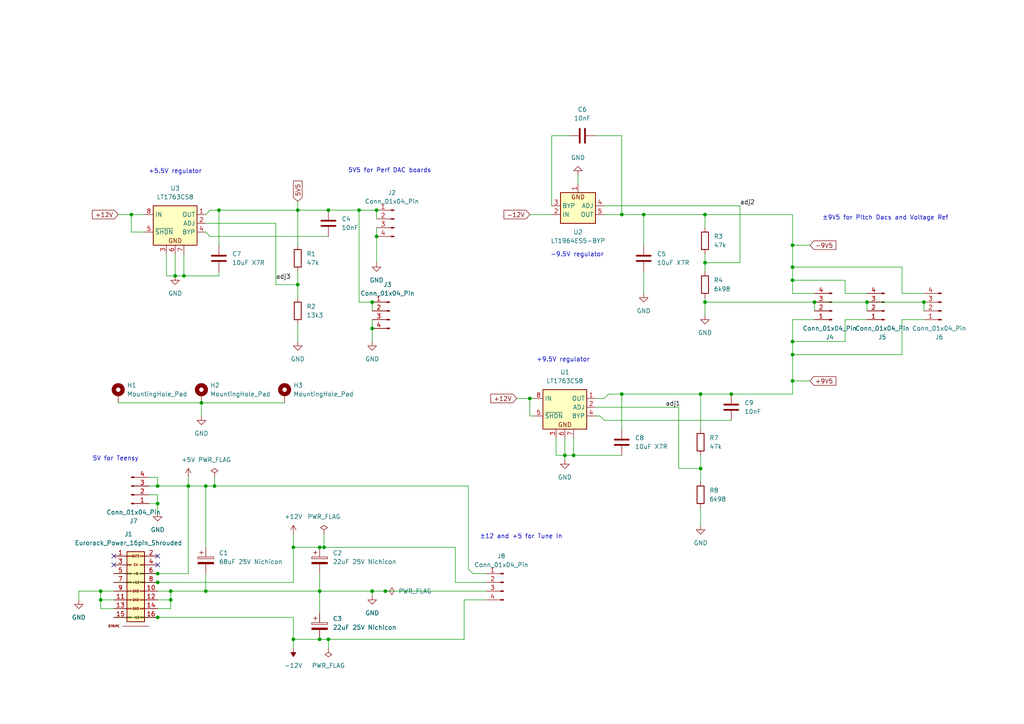
<source format=kicad_sch>
(kicad_sch
	(version 20231120)
	(generator "eeschema")
	(generator_version "8.0")
	(uuid "4967c9db-3e92-4d9d-b38b-6b93e3398367")
	(paper "A4")
	(title_block
		(title "EuroMPE Power Board")
		(date "2025-03-27")
		(rev "0.1")
	)
	(lib_symbols
		(symbol "Connector:Conn_01x04_Pin"
			(pin_names
				(offset 1.016) hide)
			(exclude_from_sim no)
			(in_bom yes)
			(on_board yes)
			(property "Reference" "J"
				(at 0 5.08 0)
				(effects
					(font
						(size 1.27 1.27)
					)
				)
			)
			(property "Value" "Conn_01x04_Pin"
				(at 0 -7.62 0)
				(effects
					(font
						(size 1.27 1.27)
					)
				)
			)
			(property "Footprint" ""
				(at 0 0 0)
				(effects
					(font
						(size 1.27 1.27)
					)
					(hide yes)
				)
			)
			(property "Datasheet" "~"
				(at 0 0 0)
				(effects
					(font
						(size 1.27 1.27)
					)
					(hide yes)
				)
			)
			(property "Description" "Generic connector, single row, 01x04, script generated"
				(at 0 0 0)
				(effects
					(font
						(size 1.27 1.27)
					)
					(hide yes)
				)
			)
			(property "ki_locked" ""
				(at 0 0 0)
				(effects
					(font
						(size 1.27 1.27)
					)
				)
			)
			(property "ki_keywords" "connector"
				(at 0 0 0)
				(effects
					(font
						(size 1.27 1.27)
					)
					(hide yes)
				)
			)
			(property "ki_fp_filters" "Connector*:*_1x??_*"
				(at 0 0 0)
				(effects
					(font
						(size 1.27 1.27)
					)
					(hide yes)
				)
			)
			(symbol "Conn_01x04_Pin_1_1"
				(polyline
					(pts
						(xy 1.27 -5.08) (xy 0.8636 -5.08)
					)
					(stroke
						(width 0.1524)
						(type default)
					)
					(fill
						(type none)
					)
				)
				(polyline
					(pts
						(xy 1.27 -2.54) (xy 0.8636 -2.54)
					)
					(stroke
						(width 0.1524)
						(type default)
					)
					(fill
						(type none)
					)
				)
				(polyline
					(pts
						(xy 1.27 0) (xy 0.8636 0)
					)
					(stroke
						(width 0.1524)
						(type default)
					)
					(fill
						(type none)
					)
				)
				(polyline
					(pts
						(xy 1.27 2.54) (xy 0.8636 2.54)
					)
					(stroke
						(width 0.1524)
						(type default)
					)
					(fill
						(type none)
					)
				)
				(rectangle
					(start 0.8636 -4.953)
					(end 0 -5.207)
					(stroke
						(width 0.1524)
						(type default)
					)
					(fill
						(type outline)
					)
				)
				(rectangle
					(start 0.8636 -2.413)
					(end 0 -2.667)
					(stroke
						(width 0.1524)
						(type default)
					)
					(fill
						(type outline)
					)
				)
				(rectangle
					(start 0.8636 0.127)
					(end 0 -0.127)
					(stroke
						(width 0.1524)
						(type default)
					)
					(fill
						(type outline)
					)
				)
				(rectangle
					(start 0.8636 2.667)
					(end 0 2.413)
					(stroke
						(width 0.1524)
						(type default)
					)
					(fill
						(type outline)
					)
				)
				(pin passive line
					(at 5.08 2.54 180)
					(length 3.81)
					(name "Pin_1"
						(effects
							(font
								(size 1.27 1.27)
							)
						)
					)
					(number "1"
						(effects
							(font
								(size 1.27 1.27)
							)
						)
					)
				)
				(pin passive line
					(at 5.08 0 180)
					(length 3.81)
					(name "Pin_2"
						(effects
							(font
								(size 1.27 1.27)
							)
						)
					)
					(number "2"
						(effects
							(font
								(size 1.27 1.27)
							)
						)
					)
				)
				(pin passive line
					(at 5.08 -2.54 180)
					(length 3.81)
					(name "Pin_3"
						(effects
							(font
								(size 1.27 1.27)
							)
						)
					)
					(number "3"
						(effects
							(font
								(size 1.27 1.27)
							)
						)
					)
				)
				(pin passive line
					(at 5.08 -5.08 180)
					(length 3.81)
					(name "Pin_4"
						(effects
							(font
								(size 1.27 1.27)
							)
						)
					)
					(number "4"
						(effects
							(font
								(size 1.27 1.27)
							)
						)
					)
				)
			)
		)
		(symbol "Device:C"
			(pin_numbers hide)
			(pin_names
				(offset 0.254)
			)
			(exclude_from_sim no)
			(in_bom yes)
			(on_board yes)
			(property "Reference" "C"
				(at 0.635 2.54 0)
				(effects
					(font
						(size 1.27 1.27)
					)
					(justify left)
				)
			)
			(property "Value" "C"
				(at 0.635 -2.54 0)
				(effects
					(font
						(size 1.27 1.27)
					)
					(justify left)
				)
			)
			(property "Footprint" ""
				(at 0.9652 -3.81 0)
				(effects
					(font
						(size 1.27 1.27)
					)
					(hide yes)
				)
			)
			(property "Datasheet" "~"
				(at 0 0 0)
				(effects
					(font
						(size 1.27 1.27)
					)
					(hide yes)
				)
			)
			(property "Description" "Unpolarized capacitor"
				(at 0 0 0)
				(effects
					(font
						(size 1.27 1.27)
					)
					(hide yes)
				)
			)
			(property "ki_keywords" "cap capacitor"
				(at 0 0 0)
				(effects
					(font
						(size 1.27 1.27)
					)
					(hide yes)
				)
			)
			(property "ki_fp_filters" "C_*"
				(at 0 0 0)
				(effects
					(font
						(size 1.27 1.27)
					)
					(hide yes)
				)
			)
			(symbol "C_0_1"
				(polyline
					(pts
						(xy -2.032 -0.762) (xy 2.032 -0.762)
					)
					(stroke
						(width 0.508)
						(type default)
					)
					(fill
						(type none)
					)
				)
				(polyline
					(pts
						(xy -2.032 0.762) (xy 2.032 0.762)
					)
					(stroke
						(width 0.508)
						(type default)
					)
					(fill
						(type none)
					)
				)
			)
			(symbol "C_1_1"
				(pin passive line
					(at 0 3.81 270)
					(length 2.794)
					(name "~"
						(effects
							(font
								(size 1.27 1.27)
							)
						)
					)
					(number "1"
						(effects
							(font
								(size 1.27 1.27)
							)
						)
					)
				)
				(pin passive line
					(at 0 -3.81 90)
					(length 2.794)
					(name "~"
						(effects
							(font
								(size 1.27 1.27)
							)
						)
					)
					(number "2"
						(effects
							(font
								(size 1.27 1.27)
							)
						)
					)
				)
			)
		)
		(symbol "Device:C_Polarized"
			(pin_numbers hide)
			(pin_names
				(offset 0.254)
			)
			(exclude_from_sim no)
			(in_bom yes)
			(on_board yes)
			(property "Reference" "C"
				(at 0.635 2.54 0)
				(effects
					(font
						(size 1.27 1.27)
					)
					(justify left)
				)
			)
			(property "Value" "C_Polarized"
				(at 0.635 -2.54 0)
				(effects
					(font
						(size 1.27 1.27)
					)
					(justify left)
				)
			)
			(property "Footprint" ""
				(at 0.9652 -3.81 0)
				(effects
					(font
						(size 1.27 1.27)
					)
					(hide yes)
				)
			)
			(property "Datasheet" "~"
				(at 0 0 0)
				(effects
					(font
						(size 1.27 1.27)
					)
					(hide yes)
				)
			)
			(property "Description" "Polarized capacitor"
				(at 0 0 0)
				(effects
					(font
						(size 1.27 1.27)
					)
					(hide yes)
				)
			)
			(property "ki_keywords" "cap capacitor"
				(at 0 0 0)
				(effects
					(font
						(size 1.27 1.27)
					)
					(hide yes)
				)
			)
			(property "ki_fp_filters" "CP_*"
				(at 0 0 0)
				(effects
					(font
						(size 1.27 1.27)
					)
					(hide yes)
				)
			)
			(symbol "C_Polarized_0_1"
				(rectangle
					(start -2.286 0.508)
					(end 2.286 1.016)
					(stroke
						(width 0)
						(type default)
					)
					(fill
						(type none)
					)
				)
				(polyline
					(pts
						(xy -1.778 2.286) (xy -0.762 2.286)
					)
					(stroke
						(width 0)
						(type default)
					)
					(fill
						(type none)
					)
				)
				(polyline
					(pts
						(xy -1.27 2.794) (xy -1.27 1.778)
					)
					(stroke
						(width 0)
						(type default)
					)
					(fill
						(type none)
					)
				)
				(rectangle
					(start 2.286 -0.508)
					(end -2.286 -1.016)
					(stroke
						(width 0)
						(type default)
					)
					(fill
						(type outline)
					)
				)
			)
			(symbol "C_Polarized_1_1"
				(pin passive line
					(at 0 3.81 270)
					(length 2.794)
					(name "~"
						(effects
							(font
								(size 1.27 1.27)
							)
						)
					)
					(number "1"
						(effects
							(font
								(size 1.27 1.27)
							)
						)
					)
				)
				(pin passive line
					(at 0 -3.81 90)
					(length 2.794)
					(name "~"
						(effects
							(font
								(size 1.27 1.27)
							)
						)
					)
					(number "2"
						(effects
							(font
								(size 1.27 1.27)
							)
						)
					)
				)
			)
		)
		(symbol "Device:R"
			(pin_numbers hide)
			(pin_names
				(offset 0)
			)
			(exclude_from_sim no)
			(in_bom yes)
			(on_board yes)
			(property "Reference" "R"
				(at 2.032 0 90)
				(effects
					(font
						(size 1.27 1.27)
					)
				)
			)
			(property "Value" "R"
				(at 0 0 90)
				(effects
					(font
						(size 1.27 1.27)
					)
				)
			)
			(property "Footprint" ""
				(at -1.778 0 90)
				(effects
					(font
						(size 1.27 1.27)
					)
					(hide yes)
				)
			)
			(property "Datasheet" "~"
				(at 0 0 0)
				(effects
					(font
						(size 1.27 1.27)
					)
					(hide yes)
				)
			)
			(property "Description" "Resistor"
				(at 0 0 0)
				(effects
					(font
						(size 1.27 1.27)
					)
					(hide yes)
				)
			)
			(property "ki_keywords" "R res resistor"
				(at 0 0 0)
				(effects
					(font
						(size 1.27 1.27)
					)
					(hide yes)
				)
			)
			(property "ki_fp_filters" "R_*"
				(at 0 0 0)
				(effects
					(font
						(size 1.27 1.27)
					)
					(hide yes)
				)
			)
			(symbol "R_0_1"
				(rectangle
					(start -1.016 -2.54)
					(end 1.016 2.54)
					(stroke
						(width 0.254)
						(type default)
					)
					(fill
						(type none)
					)
				)
			)
			(symbol "R_1_1"
				(pin passive line
					(at 0 3.81 270)
					(length 1.27)
					(name "~"
						(effects
							(font
								(size 1.27 1.27)
							)
						)
					)
					(number "1"
						(effects
							(font
								(size 1.27 1.27)
							)
						)
					)
				)
				(pin passive line
					(at 0 -3.81 90)
					(length 1.27)
					(name "~"
						(effects
							(font
								(size 1.27 1.27)
							)
						)
					)
					(number "2"
						(effects
							(font
								(size 1.27 1.27)
							)
						)
					)
				)
			)
		)
		(symbol "EuroRackTools:+12V"
			(power)
			(pin_names
				(offset 0)
			)
			(exclude_from_sim no)
			(in_bom yes)
			(on_board yes)
			(property "Reference" "#PWR"
				(at 0 -3.81 0)
				(effects
					(font
						(size 1.27 1.27)
					)
					(hide yes)
				)
			)
			(property "Value" "+12V"
				(at 0 3.556 0)
				(effects
					(font
						(size 1.27 1.27)
					)
				)
			)
			(property "Footprint" ""
				(at 0 0 0)
				(effects
					(font
						(size 1.27 1.27)
					)
					(hide yes)
				)
			)
			(property "Datasheet" ""
				(at 0 0 0)
				(effects
					(font
						(size 1.27 1.27)
					)
					(hide yes)
				)
			)
			(property "Description" "Power symbol creates a global label with name \"+12V\""
				(at 0 0 0)
				(effects
					(font
						(size 1.27 1.27)
					)
					(hide yes)
				)
			)
			(property "ki_keywords" "global power"
				(at 0 0 0)
				(effects
					(font
						(size 1.27 1.27)
					)
					(hide yes)
				)
			)
			(symbol "+12V_0_1"
				(polyline
					(pts
						(xy -0.762 1.27) (xy 0 2.54)
					)
					(stroke
						(width 0)
						(type default)
					)
					(fill
						(type none)
					)
				)
				(polyline
					(pts
						(xy 0 0) (xy 0 2.54)
					)
					(stroke
						(width 0)
						(type default)
					)
					(fill
						(type none)
					)
				)
				(polyline
					(pts
						(xy 0 2.54) (xy 0.762 1.27)
					)
					(stroke
						(width 0)
						(type default)
					)
					(fill
						(type none)
					)
				)
			)
			(symbol "+12V_1_1"
				(pin power_in line
					(at 0 0 90)
					(length 0) hide
					(name "+12V"
						(effects
							(font
								(size 1.27 1.27)
							)
						)
					)
					(number "1"
						(effects
							(font
								(size 1.27 1.27)
							)
						)
					)
				)
			)
		)
		(symbol "EuroRackTools:+5V"
			(power)
			(pin_names
				(offset 0)
			)
			(exclude_from_sim no)
			(in_bom yes)
			(on_board yes)
			(property "Reference" "#PWR"
				(at 0 -3.81 0)
				(effects
					(font
						(size 1.27 1.27)
					)
					(hide yes)
				)
			)
			(property "Value" "+5V"
				(at 0 3.556 0)
				(effects
					(font
						(size 1.27 1.27)
					)
				)
			)
			(property "Footprint" ""
				(at 0 0 0)
				(effects
					(font
						(size 1.27 1.27)
					)
					(hide yes)
				)
			)
			(property "Datasheet" ""
				(at 0 0 0)
				(effects
					(font
						(size 1.27 1.27)
					)
					(hide yes)
				)
			)
			(property "Description" "Power symbol creates a global label with name \"+5V\""
				(at 0 0 0)
				(effects
					(font
						(size 1.27 1.27)
					)
					(hide yes)
				)
			)
			(property "ki_keywords" "global power"
				(at 0 0 0)
				(effects
					(font
						(size 1.27 1.27)
					)
					(hide yes)
				)
			)
			(symbol "+5V_0_1"
				(polyline
					(pts
						(xy -0.762 1.27) (xy 0 2.54)
					)
					(stroke
						(width 0)
						(type default)
					)
					(fill
						(type none)
					)
				)
				(polyline
					(pts
						(xy 0 0) (xy 0 2.54)
					)
					(stroke
						(width 0)
						(type default)
					)
					(fill
						(type none)
					)
				)
				(polyline
					(pts
						(xy 0 2.54) (xy 0.762 1.27)
					)
					(stroke
						(width 0)
						(type default)
					)
					(fill
						(type none)
					)
				)
			)
			(symbol "+5V_1_1"
				(pin power_in line
					(at 0 0 90)
					(length 0) hide
					(name "+5V"
						(effects
							(font
								(size 1.27 1.27)
							)
						)
					)
					(number "1"
						(effects
							(font
								(size 1.27 1.27)
							)
						)
					)
				)
			)
		)
		(symbol "EuroRackTools:-12V"
			(power)
			(pin_names
				(offset 0)
			)
			(exclude_from_sim no)
			(in_bom yes)
			(on_board yes)
			(property "Reference" "#PWR"
				(at 0 2.54 0)
				(effects
					(font
						(size 1.27 1.27)
					)
					(hide yes)
				)
			)
			(property "Value" "-12V"
				(at 0 3.81 0)
				(effects
					(font
						(size 1.27 1.27)
					)
				)
			)
			(property "Footprint" ""
				(at 0 0 0)
				(effects
					(font
						(size 1.27 1.27)
					)
					(hide yes)
				)
			)
			(property "Datasheet" ""
				(at 0 0 0)
				(effects
					(font
						(size 1.27 1.27)
					)
					(hide yes)
				)
			)
			(property "Description" "Power symbol creates a global label with name \"-12V\""
				(at 0 0 0)
				(effects
					(font
						(size 1.27 1.27)
					)
					(hide yes)
				)
			)
			(property "ki_keywords" "global power"
				(at 0 0 0)
				(effects
					(font
						(size 1.27 1.27)
					)
					(hide yes)
				)
			)
			(symbol "-12V_0_0"
				(pin power_in line
					(at 0 0 90)
					(length 0) hide
					(name "-12V"
						(effects
							(font
								(size 1.27 1.27)
							)
						)
					)
					(number "1"
						(effects
							(font
								(size 1.27 1.27)
							)
						)
					)
				)
			)
			(symbol "-12V_0_1"
				(polyline
					(pts
						(xy 0 0) (xy 0 1.27) (xy 0.762 1.27) (xy 0 2.54) (xy -0.762 1.27) (xy 0 1.27)
					)
					(stroke
						(width 0)
						(type default)
					)
					(fill
						(type outline)
					)
				)
			)
		)
		(symbol "EuroRackTools:GND"
			(power)
			(pin_names
				(offset 0)
			)
			(exclude_from_sim no)
			(in_bom yes)
			(on_board yes)
			(property "Reference" "#PWR"
				(at 0 -6.35 0)
				(effects
					(font
						(size 1.27 1.27)
					)
					(hide yes)
				)
			)
			(property "Value" "GND"
				(at 0 -3.81 0)
				(effects
					(font
						(size 1.27 1.27)
					)
				)
			)
			(property "Footprint" ""
				(at 0 0 0)
				(effects
					(font
						(size 1.27 1.27)
					)
					(hide yes)
				)
			)
			(property "Datasheet" ""
				(at 0 0 0)
				(effects
					(font
						(size 1.27 1.27)
					)
					(hide yes)
				)
			)
			(property "Description" "Power symbol creates a global label with name \"GND\" , ground"
				(at 0 0 0)
				(effects
					(font
						(size 1.27 1.27)
					)
					(hide yes)
				)
			)
			(property "ki_keywords" "global power"
				(at 0 0 0)
				(effects
					(font
						(size 1.27 1.27)
					)
					(hide yes)
				)
			)
			(symbol "GND_0_1"
				(polyline
					(pts
						(xy 0 0) (xy 0 -1.27) (xy 1.27 -1.27) (xy 0 -2.54) (xy -1.27 -1.27) (xy 0 -1.27)
					)
					(stroke
						(width 0)
						(type default)
					)
					(fill
						(type none)
					)
				)
			)
			(symbol "GND_1_1"
				(pin power_in line
					(at 0 0 270)
					(length 0) hide
					(name "GND"
						(effects
							(font
								(size 1.27 1.27)
							)
						)
					)
					(number "1"
						(effects
							(font
								(size 1.27 1.27)
							)
						)
					)
				)
			)
		)
		(symbol "Mechanical:MountingHole_Pad"
			(pin_numbers hide)
			(pin_names
				(offset 1.016) hide)
			(exclude_from_sim yes)
			(in_bom no)
			(on_board yes)
			(property "Reference" "H"
				(at 0 6.35 0)
				(effects
					(font
						(size 1.27 1.27)
					)
				)
			)
			(property "Value" "MountingHole_Pad"
				(at 0 4.445 0)
				(effects
					(font
						(size 1.27 1.27)
					)
				)
			)
			(property "Footprint" ""
				(at 0 0 0)
				(effects
					(font
						(size 1.27 1.27)
					)
					(hide yes)
				)
			)
			(property "Datasheet" "~"
				(at 0 0 0)
				(effects
					(font
						(size 1.27 1.27)
					)
					(hide yes)
				)
			)
			(property "Description" "Mounting Hole with connection"
				(at 0 0 0)
				(effects
					(font
						(size 1.27 1.27)
					)
					(hide yes)
				)
			)
			(property "ki_keywords" "mounting hole"
				(at 0 0 0)
				(effects
					(font
						(size 1.27 1.27)
					)
					(hide yes)
				)
			)
			(property "ki_fp_filters" "MountingHole*Pad*"
				(at 0 0 0)
				(effects
					(font
						(size 1.27 1.27)
					)
					(hide yes)
				)
			)
			(symbol "MountingHole_Pad_0_1"
				(circle
					(center 0 1.27)
					(radius 1.27)
					(stroke
						(width 1.27)
						(type default)
					)
					(fill
						(type none)
					)
				)
			)
			(symbol "MountingHole_Pad_1_1"
				(pin input line
					(at 0 -2.54 90)
					(length 2.54)
					(name "1"
						(effects
							(font
								(size 1.27 1.27)
							)
						)
					)
					(number "1"
						(effects
							(font
								(size 1.27 1.27)
							)
						)
					)
				)
			)
		)
		(symbol "PCM_4ms_Connector:Eurorack_Power_16pin_Shrouded"
			(pin_names
				(offset 0.0254) hide)
			(exclude_from_sim no)
			(in_bom yes)
			(on_board yes)
			(property "Reference" "J"
				(at 0 11.43 0)
				(effects
					(font
						(size 1.27 1.27)
					)
				)
			)
			(property "Value" "Eurorack_Power_16pin_Shrouded"
				(at 0 13.97 0)
				(effects
					(font
						(size 1.27 1.27)
					)
				)
			)
			(property "Footprint" "4ms_Connector:Pins_2x08_2.54mm_TH_EuroPower_Shrouded"
				(at 10.16 -22.86 0)
				(effects
					(font
						(size 1.27 1.27)
					)
					(hide yes)
				)
			)
			(property "Datasheet" ""
				(at 0 -30.48 0)
				(effects
					(font
						(size 1.27 1.27)
					)
					(hide yes)
				)
			)
			(property "Description" "Header, Male Pins, 2*8, spacing 2.54mm, straight pin, shrouded and keyed"
				(at 0 0 0)
				(effects
					(font
						(size 1.27 1.27)
					)
					(hide yes)
				)
			)
			(property "Specifications" "Header, Male Pins, 2*8, spacing 2.54mm, straight pin, shrouded and keyed"
				(at 0 -15.24 0)
				(effects
					(font
						(size 1.27 1.27)
					)
					(justify left)
					(hide yes)
				)
			)
			(property "Manufacturer" "Cixi LanLing"
				(at 0 -17.78 0)
				(effects
					(font
						(size 1.27 1.27)
					)
					(justify left)
					(hide yes)
				)
			)
			(property "Part Number" "LL1007-1 (2*8 HITEMP)"
				(at 0 -20.32 0)
				(effects
					(font
						(size 1.27 1.27)
					)
					(justify left)
					(hide yes)
				)
			)
			(property "ki_keywords" "Eurorack_Power_16pin_Shrouded"
				(at 0 0 0)
				(effects
					(font
						(size 1.27 1.27)
					)
					(hide yes)
				)
			)
			(property "ki_fp_filters" "Pin_Header_Straight_2X* Pin_Header_Angled_2X* Socket_Strip_Straight_2X* Socket_Strip_Angled_2X* IDC_Header_Straight_*"
				(at 0 0 0)
				(effects
					(font
						(size 1.27 1.27)
					)
					(hide yes)
				)
			)
			(symbol "Eurorack_Power_16pin_Shrouded_0_0"
				(text "+12"
					(at 0 1.27 0)
					(effects
						(font
							(size 0.635 0.635)
						)
					)
				)
				(text "+5"
					(at 0 3.81 0)
					(effects
						(font
							(size 0.635 0.635)
						)
					)
				)
				(text "-12"
					(at 0 -8.89 0)
					(effects
						(font
							(size 0.635 0.635)
						)
					)
				)
				(text "CV"
					(at 0 6.35 0)
					(effects
						(font
							(size 0.635 0.635)
						)
					)
				)
				(text "GATE"
					(at 0 8.89 0)
					(effects
						(font
							(size 0.635 0.635)
						)
					)
				)
				(text "GND"
					(at 0 -6.35 0)
					(effects
						(font
							(size 0.635 0.635)
						)
					)
				)
				(text "GND"
					(at 0 -3.81 0)
					(effects
						(font
							(size 0.635 0.635)
						)
					)
				)
				(text "GND"
					(at 0 -1.27 0)
					(effects
						(font
							(size 0.635 0.635)
						)
					)
				)
				(text "STRIPE"
					(at -6.35 -11.43 0)
					(effects
						(font
							(size 0.635 0.635)
						)
					)
				)
			)
			(symbol "Eurorack_Power_16pin_Shrouded_0_1"
				(rectangle
					(start -2.54 -8.763)
					(end -1.27 -9.017)
					(stroke
						(width 0)
						(type default)
					)
					(fill
						(type none)
					)
				)
				(rectangle
					(start -2.54 -6.223)
					(end -1.27 -6.477)
					(stroke
						(width 0)
						(type default)
					)
					(fill
						(type none)
					)
				)
				(rectangle
					(start -2.54 -3.683)
					(end -1.27 -3.937)
					(stroke
						(width 0)
						(type default)
					)
					(fill
						(type none)
					)
				)
				(rectangle
					(start -2.54 -1.143)
					(end -1.27 -1.397)
					(stroke
						(width 0)
						(type default)
					)
					(fill
						(type none)
					)
				)
				(rectangle
					(start -2.54 1.397)
					(end -1.27 1.143)
					(stroke
						(width 0)
						(type default)
					)
					(fill
						(type none)
					)
				)
				(rectangle
					(start -2.54 3.937)
					(end -1.27 3.683)
					(stroke
						(width 0)
						(type default)
					)
					(fill
						(type none)
					)
				)
				(rectangle
					(start -2.54 6.477)
					(end -1.27 6.223)
					(stroke
						(width 0)
						(type default)
					)
					(fill
						(type none)
					)
				)
				(rectangle
					(start -2.54 9.017)
					(end -1.27 8.763)
					(stroke
						(width 0)
						(type default)
					)
					(fill
						(type none)
					)
				)
				(rectangle
					(start -2.54 10.16)
					(end 2.54 -10.16)
					(stroke
						(width 0.254)
						(type default)
					)
					(fill
						(type background)
					)
				)
				(polyline
					(pts
						(xy -3.81 -11.43) (xy 3.81 -11.43) (xy 1.27 -11.43)
					)
					(stroke
						(width 0)
						(type default)
					)
					(fill
						(type none)
					)
				)
				(rectangle
					(start 1.27 -8.763)
					(end 2.54 -9.017)
					(stroke
						(width 0)
						(type default)
					)
					(fill
						(type none)
					)
				)
				(rectangle
					(start 1.27 -6.223)
					(end 2.54 -6.477)
					(stroke
						(width 0)
						(type default)
					)
					(fill
						(type none)
					)
				)
				(rectangle
					(start 1.27 -3.683)
					(end 2.54 -3.937)
					(stroke
						(width 0)
						(type default)
					)
					(fill
						(type none)
					)
				)
				(rectangle
					(start 1.27 -1.143)
					(end 2.54 -1.397)
					(stroke
						(width 0)
						(type default)
					)
					(fill
						(type none)
					)
				)
				(rectangle
					(start 1.27 1.397)
					(end 2.54 1.143)
					(stroke
						(width 0)
						(type default)
					)
					(fill
						(type none)
					)
				)
				(rectangle
					(start 1.27 3.937)
					(end 2.54 3.683)
					(stroke
						(width 0)
						(type default)
					)
					(fill
						(type none)
					)
				)
				(rectangle
					(start 1.27 6.477)
					(end 2.54 6.223)
					(stroke
						(width 0)
						(type default)
					)
					(fill
						(type none)
					)
				)
				(rectangle
					(start 1.27 9.017)
					(end 2.54 8.763)
					(stroke
						(width 0)
						(type default)
					)
					(fill
						(type none)
					)
				)
			)
			(symbol "Eurorack_Power_16pin_Shrouded_1_1"
				(pin passive line
					(at -6.35 8.89 0)
					(length 3.81)
					(name "P1"
						(effects
							(font
								(size 1.27 1.27)
							)
						)
					)
					(number "1"
						(effects
							(font
								(size 1.27 1.27)
							)
						)
					)
				)
				(pin passive line
					(at 6.35 -1.27 180)
					(length 3.81)
					(name "GND"
						(effects
							(font
								(size 1.27 1.27)
							)
						)
					)
					(number "10"
						(effects
							(font
								(size 1.27 1.27)
							)
						)
					)
				)
				(pin passive line
					(at -6.35 -3.81 0)
					(length 3.81)
					(name "GND"
						(effects
							(font
								(size 1.27 1.27)
							)
						)
					)
					(number "11"
						(effects
							(font
								(size 1.27 1.27)
							)
						)
					)
				)
				(pin passive line
					(at 6.35 -3.81 180)
					(length 3.81)
					(name "GND"
						(effects
							(font
								(size 1.27 1.27)
							)
						)
					)
					(number "12"
						(effects
							(font
								(size 1.27 1.27)
							)
						)
					)
				)
				(pin passive line
					(at -6.35 -6.35 0)
					(length 3.81)
					(name "-12"
						(effects
							(font
								(size 1.27 1.27)
							)
						)
					)
					(number "13"
						(effects
							(font
								(size 1.27 1.27)
							)
						)
					)
				)
				(pin passive line
					(at 6.35 -6.35 180)
					(length 3.81)
					(name "-12V"
						(effects
							(font
								(size 1.27 1.27)
							)
						)
					)
					(number "14"
						(effects
							(font
								(size 1.27 1.27)
							)
						)
					)
				)
				(pin passive line
					(at -6.35 -8.89 0)
					(length 3.81)
					(name "-12V"
						(effects
							(font
								(size 1.27 1.27)
							)
						)
					)
					(number "15"
						(effects
							(font
								(size 1.27 1.27)
							)
						)
					)
				)
				(pin passive line
					(at 6.35 -8.89 180)
					(length 3.81)
					(name "P16"
						(effects
							(font
								(size 1.27 1.27)
							)
						)
					)
					(number "16"
						(effects
							(font
								(size 1.27 1.27)
							)
						)
					)
				)
				(pin passive line
					(at 6.35 8.89 180)
					(length 3.81)
					(name "P2"
						(effects
							(font
								(size 1.27 1.27)
							)
						)
					)
					(number "2"
						(effects
							(font
								(size 1.27 1.27)
							)
						)
					)
				)
				(pin passive line
					(at -6.35 6.35 0)
					(length 3.81)
					(name "P3"
						(effects
							(font
								(size 1.27 1.27)
							)
						)
					)
					(number "3"
						(effects
							(font
								(size 1.27 1.27)
							)
						)
					)
				)
				(pin passive line
					(at 6.35 6.35 180)
					(length 3.81)
					(name "P4"
						(effects
							(font
								(size 1.27 1.27)
							)
						)
					)
					(number "4"
						(effects
							(font
								(size 1.27 1.27)
							)
						)
					)
				)
				(pin passive line
					(at -6.35 3.81 0)
					(length 3.81)
					(name "+12V"
						(effects
							(font
								(size 1.27 1.27)
							)
						)
					)
					(number "5"
						(effects
							(font
								(size 1.27 1.27)
							)
						)
					)
				)
				(pin passive line
					(at 6.35 3.81 180)
					(length 3.81)
					(name "P6"
						(effects
							(font
								(size 1.27 1.27)
							)
						)
					)
					(number "6"
						(effects
							(font
								(size 1.27 1.27)
							)
						)
					)
				)
				(pin passive line
					(at -6.35 1.27 0)
					(length 3.81)
					(name "12V"
						(effects
							(font
								(size 1.27 1.27)
							)
						)
					)
					(number "7"
						(effects
							(font
								(size 1.27 1.27)
							)
						)
					)
				)
				(pin passive line
					(at 6.35 1.27 180)
					(length 3.81)
					(name "+12V"
						(effects
							(font
								(size 1.27 1.27)
							)
						)
					)
					(number "8"
						(effects
							(font
								(size 1.27 1.27)
							)
						)
					)
				)
				(pin passive line
					(at -6.35 -1.27 0)
					(length 3.81)
					(name "GND"
						(effects
							(font
								(size 1.27 1.27)
							)
						)
					)
					(number "9"
						(effects
							(font
								(size 1.27 1.27)
							)
						)
					)
				)
			)
		)
		(symbol "PCM_Voltage_Regulator_AKL:LT1763CS8"
			(exclude_from_sim no)
			(in_bom yes)
			(on_board yes)
			(property "Reference" "U"
				(at 0 10.16 0)
				(effects
					(font
						(size 1.27 1.27)
					)
				)
			)
			(property "Value" "LT1763CS8"
				(at 0 7.62 0)
				(effects
					(font
						(size 1.27 1.27)
					)
				)
			)
			(property "Footprint" "PCM_Package_SO_AKL:SO-8_3.9x4.9mm_P1.27mm"
				(at 0 12.7 0)
				(effects
					(font
						(size 1.27 1.27)
					)
					(hide yes)
				)
			)
			(property "Datasheet" "https://www.analog.com/media/en/technical-documentation/data-sheets/1763fh.pdf"
				(at 0 15.24 0)
				(effects
					(font
						(size 1.27 1.27)
					)
					(hide yes)
				)
			)
			(property "Description" "SO-8 500mA Adjustable low dropout voltage regulator, Alternate KiCad Library"
				(at 0 17.78 0)
				(effects
					(font
						(size 1.27 1.27)
					)
					(hide yes)
				)
			)
			(property "ki_keywords" "500mA adjustable ldo low dropout vreg voltage regulator pmic power supply positive"
				(at 0 0 0)
				(effects
					(font
						(size 1.27 1.27)
					)
					(hide yes)
				)
			)
			(symbol "LT1763CS8_1_1"
				(rectangle
					(start -6.35 5.08)
					(end 6.35 -6.35)
					(stroke
						(width 0.254)
						(type default)
					)
					(fill
						(type background)
					)
				)
				(text "GND"
					(at 0 -5.08 0)
					(effects
						(font
							(size 1.27 1.27)
						)
					)
				)
				(pin power_out line
					(at 8.89 2.54 180)
					(length 2.54)
					(name "OUT"
						(effects
							(font
								(size 1.27 1.27)
							)
						)
					)
					(number "1"
						(effects
							(font
								(size 1.27 1.27)
							)
						)
					)
				)
				(pin passive line
					(at 8.89 0 180)
					(length 2.54)
					(name "ADJ"
						(effects
							(font
								(size 1.27 1.27)
							)
						)
					)
					(number "2"
						(effects
							(font
								(size 1.27 1.27)
							)
						)
					)
				)
				(pin power_in line
					(at -2.54 -8.89 90)
					(length 2.54)
					(name "~"
						(effects
							(font
								(size 1.27 1.27)
							)
						)
					)
					(number "3"
						(effects
							(font
								(size 1.27 1.27)
							)
						)
					)
				)
				(pin passive line
					(at 8.89 -2.54 180)
					(length 2.54)
					(name "BYP"
						(effects
							(font
								(size 1.27 1.27)
							)
						)
					)
					(number "4"
						(effects
							(font
								(size 1.27 1.27)
							)
						)
					)
				)
				(pin input line
					(at -8.89 -2.54 0)
					(length 2.54)
					(name "~{SHDN}"
						(effects
							(font
								(size 1.27 1.27)
							)
						)
					)
					(number "5"
						(effects
							(font
								(size 1.27 1.27)
							)
						)
					)
				)
				(pin power_in line
					(at 0 -8.89 90)
					(length 2.54)
					(name "~"
						(effects
							(font
								(size 1.27 1.27)
							)
						)
					)
					(number "6"
						(effects
							(font
								(size 1.27 1.27)
							)
						)
					)
				)
				(pin power_in line
					(at 2.54 -8.89 90)
					(length 2.54)
					(name "~"
						(effects
							(font
								(size 1.27 1.27)
							)
						)
					)
					(number "7"
						(effects
							(font
								(size 1.27 1.27)
							)
						)
					)
				)
				(pin power_in line
					(at -8.89 2.54 0)
					(length 2.54)
					(name "IN"
						(effects
							(font
								(size 1.27 1.27)
							)
						)
					)
					(number "8"
						(effects
							(font
								(size 1.27 1.27)
							)
						)
					)
				)
			)
		)
		(symbol "PCM_Voltage_Regulator_AKL:LT1964ES5-BYP"
			(exclude_from_sim no)
			(in_bom yes)
			(on_board yes)
			(property "Reference" "U"
				(at 0 -7.62 0)
				(effects
					(font
						(size 1.27 1.27)
					)
				)
			)
			(property "Value" "LT1964ES5-BYP"
				(at 0 -10.16 0)
				(effects
					(font
						(size 1.27 1.27)
					)
				)
			)
			(property "Footprint" "PCM_Package_TO_SOT_SMD_AKL:SOT-23-5"
				(at 0 -12.7 0)
				(effects
					(font
						(size 1.27 1.27)
					)
					(hide yes)
				)
			)
			(property "Datasheet" "https://www.analog.com/media/en/technical-documentation/data-sheets/1964fb.pdf"
				(at 0 -15.24 0)
				(effects
					(font
						(size 1.27 1.27)
					)
					(hide yes)
				)
			)
			(property "Description" "SOT-23-5 200mA adjustable negative LDO voltage regulator with reference bypass Alternate KiCad Library"
				(at 0 -17.78 0)
				(effects
					(font
						(size 1.27 1.27)
					)
					(hide yes)
				)
			)
			(property "ki_keywords" "200mA adjustable negative ldo low dropout voltage regulator vreg pmic"
				(at 0 0 0)
				(effects
					(font
						(size 1.27 1.27)
					)
					(hide yes)
				)
			)
			(symbol "LT1964ES5-BYP_1_0"
				(rectangle
					(start -5.08 3.81)
					(end 5.08 -5.08)
					(stroke
						(width 0.254)
						(type default)
					)
					(fill
						(type background)
					)
				)
			)
			(symbol "LT1964ES5-BYP_1_1"
				(text "GND"
					(at 0 2.54 0)
					(effects
						(font
							(size 1.27 1.27)
						)
					)
				)
				(pin power_in line
					(at 0 6.35 270)
					(length 2.54)
					(name "~"
						(effects
							(font
								(size 1.27 1.27)
							)
						)
					)
					(number "1"
						(effects
							(font
								(size 1.27 1.27)
							)
						)
					)
				)
				(pin power_in line
					(at -7.62 -2.54 0)
					(length 2.54)
					(name "IN"
						(effects
							(font
								(size 1.27 1.27)
							)
						)
					)
					(number "2"
						(effects
							(font
								(size 1.27 1.27)
							)
						)
					)
				)
				(pin input line
					(at -7.62 0 0)
					(length 2.54)
					(name "BYP"
						(effects
							(font
								(size 1.27 1.27)
							)
						)
					)
					(number "3"
						(effects
							(font
								(size 1.27 1.27)
							)
						)
					)
				)
				(pin passive line
					(at 7.62 0 180)
					(length 2.54)
					(name "ADJ"
						(effects
							(font
								(size 1.27 1.27)
							)
						)
					)
					(number "4"
						(effects
							(font
								(size 1.27 1.27)
							)
						)
					)
				)
				(pin power_out line
					(at 7.62 -2.54 180)
					(length 2.54)
					(name "OUT"
						(effects
							(font
								(size 1.27 1.27)
							)
						)
					)
					(number "5"
						(effects
							(font
								(size 1.27 1.27)
							)
						)
					)
				)
			)
		)
		(symbol "power:PWR_FLAG"
			(power)
			(pin_numbers hide)
			(pin_names
				(offset 0) hide)
			(exclude_from_sim no)
			(in_bom yes)
			(on_board yes)
			(property "Reference" "#FLG"
				(at 0 1.905 0)
				(effects
					(font
						(size 1.27 1.27)
					)
					(hide yes)
				)
			)
			(property "Value" "PWR_FLAG"
				(at 0 3.81 0)
				(effects
					(font
						(size 1.27 1.27)
					)
				)
			)
			(property "Footprint" ""
				(at 0 0 0)
				(effects
					(font
						(size 1.27 1.27)
					)
					(hide yes)
				)
			)
			(property "Datasheet" "~"
				(at 0 0 0)
				(effects
					(font
						(size 1.27 1.27)
					)
					(hide yes)
				)
			)
			(property "Description" "Special symbol for telling ERC where power comes from"
				(at 0 0 0)
				(effects
					(font
						(size 1.27 1.27)
					)
					(hide yes)
				)
			)
			(property "ki_keywords" "flag power"
				(at 0 0 0)
				(effects
					(font
						(size 1.27 1.27)
					)
					(hide yes)
				)
			)
			(symbol "PWR_FLAG_0_0"
				(pin power_out line
					(at 0 0 90)
					(length 0)
					(name "~"
						(effects
							(font
								(size 1.27 1.27)
							)
						)
					)
					(number "1"
						(effects
							(font
								(size 1.27 1.27)
							)
						)
					)
				)
			)
			(symbol "PWR_FLAG_0_1"
				(polyline
					(pts
						(xy 0 0) (xy 0 1.27) (xy -1.016 1.905) (xy 0 2.54) (xy 1.016 1.905) (xy 0 1.27)
					)
					(stroke
						(width 0)
						(type default)
					)
					(fill
						(type none)
					)
				)
			)
		)
	)
	(junction
		(at 45.72 166.37)
		(diameter 0)
		(color 0 0 0 0)
		(uuid "03bdc68b-975f-41d3-b316-49fa104589bc")
	)
	(junction
		(at 204.47 87.63)
		(diameter 0)
		(color 0 0 0 0)
		(uuid "10419df8-0077-4b00-a20b-0fe9899f7adf")
	)
	(junction
		(at 180.34 114.3)
		(diameter 0)
		(color 0 0 0 0)
		(uuid "14d3042c-3461-48c1-8cc4-48639aabeee5")
	)
	(junction
		(at 107.95 171.45)
		(diameter 0)
		(color 0 0 0 0)
		(uuid "198948d1-8034-4e73-b574-cacb60ee2880")
	)
	(junction
		(at 109.22 60.96)
		(diameter 0)
		(color 0 0 0 0)
		(uuid "1f00cd6d-9799-4db5-a305-f8253c5b1e61")
	)
	(junction
		(at 229.87 102.87)
		(diameter 0)
		(color 0 0 0 0)
		(uuid "1f7227b7-0413-417d-b465-7cc9d4b27fc8")
	)
	(junction
		(at 204.47 62.23)
		(diameter 0)
		(color 0 0 0 0)
		(uuid "24bfd94d-9b4f-4d13-85b9-d6f1cf852c31")
	)
	(junction
		(at 111.76 171.45)
		(diameter 0)
		(color 0 0 0 0)
		(uuid "25dfa4fb-2e43-42a9-afd7-d674a4c90e56")
	)
	(junction
		(at 204.47 76.2)
		(diameter 0)
		(color 0 0 0 0)
		(uuid "26976a2a-7576-48f2-8214-befd9cbfa6e8")
	)
	(junction
		(at 54.61 140.97)
		(diameter 0)
		(color 0 0 0 0)
		(uuid "3235c94f-97a7-46fa-bf5c-5419e25f745c")
	)
	(junction
		(at 59.69 140.97)
		(diameter 0)
		(color 0 0 0 0)
		(uuid "35feebef-1078-46a7-b161-048a6e42ceb8")
	)
	(junction
		(at 107.95 95.25)
		(diameter 0)
		(color 0 0 0 0)
		(uuid "3b9d67fc-ade7-4d6e-9bbc-c67284518bf7")
	)
	(junction
		(at 59.69 171.45)
		(diameter 0)
		(color 0 0 0 0)
		(uuid "408fe946-b5e6-451d-9e7a-f5c5ee9a1662")
	)
	(junction
		(at 86.36 60.96)
		(diameter 0)
		(color 0 0 0 0)
		(uuid "43c0333f-9a52-449e-abd9-15b9a81360ae")
	)
	(junction
		(at 229.87 99.06)
		(diameter 0)
		(color 0 0 0 0)
		(uuid "46a8eaef-0885-4996-88bf-c01b2b484c69")
	)
	(junction
		(at 38.1 62.23)
		(diameter 0)
		(color 0 0 0 0)
		(uuid "55d7074e-c9df-4371-940a-00a1312f0bdb")
	)
	(junction
		(at 95.25 185.42)
		(diameter 0)
		(color 0 0 0 0)
		(uuid "5ec39b3d-ad04-4b6e-96fe-c46185455f94")
	)
	(junction
		(at 109.22 68.58)
		(diameter 0)
		(color 0 0 0 0)
		(uuid "632f3e43-017e-4b06-b38b-16c01cf159da")
	)
	(junction
		(at 212.09 114.3)
		(diameter 0)
		(color 0 0 0 0)
		(uuid "63b6d363-4182-4daf-b308-2c54783616a7")
	)
	(junction
		(at 50.8 80.01)
		(diameter 0)
		(color 0 0 0 0)
		(uuid "67f12ba9-a6ca-4c79-b232-5e09c6c8b561")
	)
	(junction
		(at 166.37 132.08)
		(diameter 0)
		(color 0 0 0 0)
		(uuid "699fd5c7-224f-4d1b-bdc6-13aa3e887867")
	)
	(junction
		(at 58.42 116.84)
		(diameter 0)
		(color 0 0 0 0)
		(uuid "6a0bdd35-bdd2-434c-a55c-7b7eccd25f46")
	)
	(junction
		(at 180.34 62.23)
		(diameter 0)
		(color 0 0 0 0)
		(uuid "6c2186d9-bb37-4e96-9911-1e48330bafa3")
	)
	(junction
		(at 163.83 132.08)
		(diameter 0)
		(color 0 0 0 0)
		(uuid "717c3703-8d04-4579-af5e-3612c39d5c7f")
	)
	(junction
		(at 229.87 81.28)
		(diameter 0)
		(color 0 0 0 0)
		(uuid "71f4815f-c8d3-4cb9-8f34-f921f9f3db85")
	)
	(junction
		(at 29.21 171.45)
		(diameter 0)
		(color 0 0 0 0)
		(uuid "72bba1dd-c45d-4e5e-95b4-a7fd27fd274f")
	)
	(junction
		(at 53.34 80.01)
		(diameter 0)
		(color 0 0 0 0)
		(uuid "7319d643-4d7f-47a9-9217-af469aaedb43")
	)
	(junction
		(at 153.67 115.57)
		(diameter 0)
		(color 0 0 0 0)
		(uuid "77953c15-c0db-4c78-aeea-392350e0b423")
	)
	(junction
		(at 49.53 173.99)
		(diameter 0)
		(color 0 0 0 0)
		(uuid "78ba678f-cbb3-4627-9be3-f5a93540c808")
	)
	(junction
		(at 29.21 173.99)
		(diameter 0)
		(color 0 0 0 0)
		(uuid "79ee413f-6afb-46a8-b2b8-c15074cfe181")
	)
	(junction
		(at 229.87 71.12)
		(diameter 0)
		(color 0 0 0 0)
		(uuid "79eea543-f459-441f-8165-53753b4fdb4f")
	)
	(junction
		(at 63.5 60.96)
		(diameter 0)
		(color 0 0 0 0)
		(uuid "814f7c66-a2b1-4b06-94e5-b9695d94916d")
	)
	(junction
		(at 236.22 87.63)
		(diameter 0)
		(color 0 0 0 0)
		(uuid "83080399-5b60-44b2-8a48-17afe3c2f917")
	)
	(junction
		(at 45.72 146.05)
		(diameter 0)
		(color 0 0 0 0)
		(uuid "88343602-3266-469a-9104-7fae2f8bc48c")
	)
	(junction
		(at 85.09 185.42)
		(diameter 0)
		(color 0 0 0 0)
		(uuid "8850ce52-9d02-4a67-9831-6314b2177790")
	)
	(junction
		(at 229.87 77.47)
		(diameter 0)
		(color 0 0 0 0)
		(uuid "91ec20ab-b426-45a8-82ff-ba4a53b36c51")
	)
	(junction
		(at 203.2 114.3)
		(diameter 0)
		(color 0 0 0 0)
		(uuid "924e8f71-e67a-4a1f-a7c3-6011e32bd65c")
	)
	(junction
		(at 186.69 62.23)
		(diameter 0)
		(color 0 0 0 0)
		(uuid "92686b5e-b100-460b-8d14-834eb68ac4a2")
	)
	(junction
		(at 93.98 158.75)
		(diameter 0)
		(color 0 0 0 0)
		(uuid "92bb954a-9694-4184-88d3-bf6018c1c9d7")
	)
	(junction
		(at 107.95 87.63)
		(diameter 0)
		(color 0 0 0 0)
		(uuid "94ef31ac-d462-4d04-9a47-4893e6709896")
	)
	(junction
		(at 45.72 140.97)
		(diameter 0)
		(color 0 0 0 0)
		(uuid "9501a079-32a0-4292-9d31-9c4a137a4366")
	)
	(junction
		(at 45.72 179.07)
		(diameter 0)
		(color 0 0 0 0)
		(uuid "9a5c3fe7-438d-475b-84c3-017300dfbf21")
	)
	(junction
		(at 104.14 60.96)
		(diameter 0)
		(color 0 0 0 0)
		(uuid "9f8f9b9c-04a0-4d29-8df9-a1bc5365c2d0")
	)
	(junction
		(at 45.72 168.91)
		(diameter 0)
		(color 0 0 0 0)
		(uuid "af82c5e1-f186-4982-b5e6-24336b5b3c8c")
	)
	(junction
		(at 229.87 110.49)
		(diameter 0)
		(color 0 0 0 0)
		(uuid "b089f204-7f20-4ed7-a0c5-c553e5f4f1a3")
	)
	(junction
		(at 267.97 87.63)
		(diameter 0)
		(color 0 0 0 0)
		(uuid "b61dd28e-9d78-4d9a-8526-50ac507d5ff8")
	)
	(junction
		(at 85.09 158.75)
		(diameter 0)
		(color 0 0 0 0)
		(uuid "b7b96803-1d18-464e-bd9a-e214bb8c5708")
	)
	(junction
		(at 92.71 185.42)
		(diameter 0)
		(color 0 0 0 0)
		(uuid "c525cdef-4542-4cae-baab-19bd28462088")
	)
	(junction
		(at 62.23 140.97)
		(diameter 0)
		(color 0 0 0 0)
		(uuid "ca3a0a74-2f65-4079-a9cf-b235c7d4ebd3")
	)
	(junction
		(at 86.36 82.55)
		(diameter 0)
		(color 0 0 0 0)
		(uuid "cc429b64-5e9a-48d2-89ea-afb145c7b51e")
	)
	(junction
		(at 95.25 60.96)
		(diameter 0)
		(color 0 0 0 0)
		(uuid "cd526f3b-58f7-41af-b085-b04733e9481c")
	)
	(junction
		(at 251.46 87.63)
		(diameter 0)
		(color 0 0 0 0)
		(uuid "d85f047d-522e-46db-908d-f2dcb556db8d")
	)
	(junction
		(at 92.71 158.75)
		(diameter 0)
		(color 0 0 0 0)
		(uuid "da0d15f4-7915-4055-949c-840e8162ad7e")
	)
	(junction
		(at 49.53 171.45)
		(diameter 0)
		(color 0 0 0 0)
		(uuid "f04e407a-bb61-4b33-8c2c-0379d250b74f")
	)
	(junction
		(at 92.71 171.45)
		(diameter 0)
		(color 0 0 0 0)
		(uuid "f3bd97fa-2496-4f92-aa44-2360ae01cea8")
	)
	(junction
		(at 203.2 135.89)
		(diameter 0)
		(color 0 0 0 0)
		(uuid "fa21d0a4-458d-4512-a2da-d30b93cab34b")
	)
	(no_connect
		(at 45.72 163.83)
		(uuid "7687709f-b218-42c1-95df-dfa792ef64a3")
	)
	(no_connect
		(at 45.72 161.29)
		(uuid "87d2b7b3-3d0f-41ae-88e8-68a395fe87b4")
	)
	(no_connect
		(at 33.02 163.83)
		(uuid "c06ca95d-a2ce-42ce-baec-7cd529ee7c92")
	)
	(no_connect
		(at 33.02 161.29)
		(uuid "cb4ead9b-b775-4a9c-8fc3-4260ea4b854a")
	)
	(wire
		(pts
			(xy 229.87 81.28) (xy 245.11 81.28)
		)
		(stroke
			(width 0)
			(type default)
		)
		(uuid "00bb2bc2-968a-41f0-ac15-ee9ebffd80aa")
	)
	(wire
		(pts
			(xy 48.26 73.66) (xy 48.26 80.01)
		)
		(stroke
			(width 0)
			(type default)
		)
		(uuid "0144b4a7-efc3-4faa-98b1-c208bf3f7968")
	)
	(wire
		(pts
			(xy 80.01 82.55) (xy 80.01 64.77)
		)
		(stroke
			(width 0)
			(type default)
		)
		(uuid "04429092-4272-4ba6-9490-04bb5c99a471")
	)
	(wire
		(pts
			(xy 53.34 73.66) (xy 53.34 80.01)
		)
		(stroke
			(width 0)
			(type default)
		)
		(uuid "060405d8-7696-474b-84b8-c6e841b83dd1")
	)
	(wire
		(pts
			(xy 85.09 158.75) (xy 85.09 168.91)
		)
		(stroke
			(width 0)
			(type default)
		)
		(uuid "06b7fea1-4c41-458b-a951-11e08bbdc659")
	)
	(wire
		(pts
			(xy 186.69 62.23) (xy 186.69 71.12)
		)
		(stroke
			(width 0)
			(type default)
		)
		(uuid "0d1079bb-425b-474e-ad6c-0cd557109166")
	)
	(wire
		(pts
			(xy 92.71 158.75) (xy 93.98 158.75)
		)
		(stroke
			(width 0)
			(type default)
		)
		(uuid "0d51832e-159e-482b-8f55-d9a13e23781b")
	)
	(wire
		(pts
			(xy 29.21 171.45) (xy 29.21 173.99)
		)
		(stroke
			(width 0)
			(type default)
		)
		(uuid "0da75fd5-5f35-4d03-8147-666d5749877a")
	)
	(wire
		(pts
			(xy 204.47 73.66) (xy 204.47 76.2)
		)
		(stroke
			(width 0)
			(type default)
		)
		(uuid "0dd25a33-c151-4f9a-a67c-5bfee8c65b26")
	)
	(wire
		(pts
			(xy 29.21 173.99) (xy 33.02 173.99)
		)
		(stroke
			(width 0)
			(type default)
		)
		(uuid "0def4a55-e6f0-46d2-83e9-4e35a99248b8")
	)
	(wire
		(pts
			(xy 58.42 116.84) (xy 58.42 120.65)
		)
		(stroke
			(width 0)
			(type default)
		)
		(uuid "0e06355b-c5ea-4b32-a1bd-199c13cb165f")
	)
	(wire
		(pts
			(xy 203.2 147.32) (xy 203.2 152.4)
		)
		(stroke
			(width 0)
			(type default)
		)
		(uuid "0e33e03d-5952-44a2-8c43-ecfbc41e799b")
	)
	(wire
		(pts
			(xy 107.95 172.72) (xy 107.95 171.45)
		)
		(stroke
			(width 0)
			(type default)
		)
		(uuid "0fc7d0e8-12fa-4c24-8640-f4a287bd1c23")
	)
	(wire
		(pts
			(xy 132.08 168.91) (xy 140.97 168.91)
		)
		(stroke
			(width 0)
			(type default)
		)
		(uuid "0fd12477-9dbb-4631-9a89-5f63cf68f8c1")
	)
	(wire
		(pts
			(xy 109.22 68.58) (xy 109.22 76.2)
		)
		(stroke
			(width 0)
			(type default)
		)
		(uuid "0ffe3d17-1424-4908-869f-7fefc151a626")
	)
	(wire
		(pts
			(xy 134.62 173.99) (xy 140.97 173.99)
		)
		(stroke
			(width 0)
			(type default)
		)
		(uuid "10db4bdf-9e69-4dd4-b1dd-70262e91d0fb")
	)
	(wire
		(pts
			(xy 172.72 115.57) (xy 175.26 115.57)
		)
		(stroke
			(width 0)
			(type default)
		)
		(uuid "1148c134-0f5c-4647-bb49-7f5c7c4c7008")
	)
	(wire
		(pts
			(xy 161.29 127) (xy 161.29 132.08)
		)
		(stroke
			(width 0)
			(type default)
		)
		(uuid "13ce5486-4f20-4138-b995-d6628e8ce2c0")
	)
	(wire
		(pts
			(xy 236.22 87.63) (xy 236.22 90.17)
		)
		(stroke
			(width 0)
			(type default)
		)
		(uuid "140a8c2a-240a-4cb5-b7d7-efb6534aa2a0")
	)
	(wire
		(pts
			(xy 60.96 60.96) (xy 59.69 62.23)
		)
		(stroke
			(width 0)
			(type default)
		)
		(uuid "14fad867-acb3-4986-8929-775585f4f33c")
	)
	(wire
		(pts
			(xy 166.37 127) (xy 166.37 132.08)
		)
		(stroke
			(width 0)
			(type default)
		)
		(uuid "16362a6c-9b17-4608-b45f-d43360391172")
	)
	(wire
		(pts
			(xy 107.95 92.71) (xy 107.95 95.25)
		)
		(stroke
			(width 0)
			(type default)
		)
		(uuid "16df0a3f-496c-482e-85c3-91d296852bc6")
	)
	(wire
		(pts
			(xy 33.02 179.07) (xy 45.72 179.07)
		)
		(stroke
			(width 0)
			(type default)
		)
		(uuid "1a70bd3b-fcf6-4595-ba4d-86170ceeea13")
	)
	(wire
		(pts
			(xy 214.63 59.69) (xy 214.63 76.2)
		)
		(stroke
			(width 0)
			(type default)
		)
		(uuid "1cc7a64c-627a-4aa0-8f5d-323d036bb010")
	)
	(wire
		(pts
			(xy 22.86 171.45) (xy 29.21 171.45)
		)
		(stroke
			(width 0)
			(type default)
		)
		(uuid "1e52070e-8fc6-41ca-85db-06ecb83074ee")
	)
	(wire
		(pts
			(xy 59.69 140.97) (xy 62.23 140.97)
		)
		(stroke
			(width 0)
			(type default)
		)
		(uuid "1f78795c-68ac-4d2a-a782-d88733911bfb")
	)
	(wire
		(pts
			(xy 229.87 110.49) (xy 234.95 110.49)
		)
		(stroke
			(width 0)
			(type default)
		)
		(uuid "20f8eb31-bdb1-425b-865d-db93f098de9e")
	)
	(wire
		(pts
			(xy 203.2 135.89) (xy 203.2 139.7)
		)
		(stroke
			(width 0)
			(type default)
		)
		(uuid "21fa0e31-c2f0-49c2-9b46-156f26dd1cc7")
	)
	(wire
		(pts
			(xy 229.87 92.71) (xy 236.22 92.71)
		)
		(stroke
			(width 0)
			(type default)
		)
		(uuid "23ace459-4624-4928-8421-686265414f48")
	)
	(wire
		(pts
			(xy 132.08 158.75) (xy 132.08 168.91)
		)
		(stroke
			(width 0)
			(type default)
		)
		(uuid "242c6bcb-43c0-48b5-8d53-06d2ef1883d6")
	)
	(wire
		(pts
			(xy 49.53 171.45) (xy 49.53 173.99)
		)
		(stroke
			(width 0)
			(type default)
		)
		(uuid "27727103-7e03-43c6-b94c-f6ea0ba6fd71")
	)
	(wire
		(pts
			(xy 212.09 114.3) (xy 203.2 114.3)
		)
		(stroke
			(width 0)
			(type default)
		)
		(uuid "27742e8e-38d4-4008-a619-3d8c9a6c72ea")
	)
	(wire
		(pts
			(xy 33.02 168.91) (xy 45.72 168.91)
		)
		(stroke
			(width 0)
			(type default)
		)
		(uuid "287472e6-4953-4714-9d3f-41b33aaf806e")
	)
	(wire
		(pts
			(xy 203.2 132.08) (xy 203.2 135.89)
		)
		(stroke
			(width 0)
			(type default)
		)
		(uuid "2999be00-2efd-4733-a389-3ac63e4c5bc9")
	)
	(wire
		(pts
			(xy 86.36 93.98) (xy 86.36 99.06)
		)
		(stroke
			(width 0)
			(type default)
		)
		(uuid "2d86042f-91d3-4111-9571-6960bbd9a9fe")
	)
	(wire
		(pts
			(xy 212.09 114.3) (xy 229.87 114.3)
		)
		(stroke
			(width 0)
			(type default)
		)
		(uuid "2d896f63-3813-4663-afc2-c874a6049fb5")
	)
	(wire
		(pts
			(xy 204.47 62.23) (xy 229.87 62.23)
		)
		(stroke
			(width 0)
			(type default)
		)
		(uuid "319725e4-ea8b-4e93-b3fc-82d552df2cfc")
	)
	(wire
		(pts
			(xy 111.76 171.45) (xy 140.97 171.45)
		)
		(stroke
			(width 0)
			(type default)
		)
		(uuid "32c34942-48bc-479c-b171-8a7fd6521875")
	)
	(wire
		(pts
			(xy 153.67 62.23) (xy 160.02 62.23)
		)
		(stroke
			(width 0)
			(type default)
		)
		(uuid "32fd8875-7f99-401e-82f3-ead9a048453f")
	)
	(wire
		(pts
			(xy 38.1 67.31) (xy 41.91 67.31)
		)
		(stroke
			(width 0)
			(type default)
		)
		(uuid "33c93e2b-973f-4628-b59b-00d3e483e244")
	)
	(wire
		(pts
			(xy 180.34 114.3) (xy 203.2 114.3)
		)
		(stroke
			(width 0)
			(type default)
		)
		(uuid "36d2d372-6431-45da-b0c6-0682487a8a2e")
	)
	(wire
		(pts
			(xy 104.14 87.63) (xy 107.95 87.63)
		)
		(stroke
			(width 0)
			(type default)
		)
		(uuid "3774ede6-1a28-4d03-b923-2c2a92d07342")
	)
	(wire
		(pts
			(xy 43.18 143.51) (xy 45.72 143.51)
		)
		(stroke
			(width 0)
			(type default)
		)
		(uuid "3c5ebac2-bc3e-4b76-99e9-fb5c7c2b6f01")
	)
	(wire
		(pts
			(xy 175.26 59.69) (xy 214.63 59.69)
		)
		(stroke
			(width 0)
			(type default)
		)
		(uuid "3c745846-2628-4fb3-8307-5bf76fdc175e")
	)
	(wire
		(pts
			(xy 153.67 120.65) (xy 154.94 120.65)
		)
		(stroke
			(width 0)
			(type default)
		)
		(uuid "3e3b7722-dc49-491a-ad12-cc7f9b6a8f97")
	)
	(wire
		(pts
			(xy 109.22 60.96) (xy 109.22 63.5)
		)
		(stroke
			(width 0)
			(type default)
		)
		(uuid "3f2ad7e8-7647-4623-98b1-26e54676b3d4")
	)
	(wire
		(pts
			(xy 229.87 85.09) (xy 236.22 85.09)
		)
		(stroke
			(width 0)
			(type default)
		)
		(uuid "40941420-7ab1-4572-bf7a-31ee2f52d598")
	)
	(wire
		(pts
			(xy 229.87 77.47) (xy 229.87 81.28)
		)
		(stroke
			(width 0)
			(type default)
		)
		(uuid "40aa34bb-8c12-4239-a399-1ca4e3e36075")
	)
	(wire
		(pts
			(xy 204.47 87.63) (xy 236.22 87.63)
		)
		(stroke
			(width 0)
			(type default)
		)
		(uuid "427f67ca-24a9-496d-a7fb-eea188224a77")
	)
	(wire
		(pts
			(xy 95.25 185.42) (xy 95.25 187.96)
		)
		(stroke
			(width 0)
			(type default)
		)
		(uuid "43909cb3-1a75-47b4-ab00-2386c8501688")
	)
	(wire
		(pts
			(xy 63.5 60.96) (xy 63.5 71.12)
		)
		(stroke
			(width 0)
			(type default)
		)
		(uuid "494ba2d1-b377-4b4c-b693-a0ea74f70f1c")
	)
	(wire
		(pts
			(xy 33.02 166.37) (xy 45.72 166.37)
		)
		(stroke
			(width 0)
			(type default)
		)
		(uuid "4b356eb4-117e-4bc9-a238-de3610763335")
	)
	(wire
		(pts
			(xy 161.29 132.08) (xy 163.83 132.08)
		)
		(stroke
			(width 0)
			(type default)
		)
		(uuid "4c501453-04c0-49ca-b705-3a407f36733e")
	)
	(wire
		(pts
			(xy 86.36 58.42) (xy 86.36 60.96)
		)
		(stroke
			(width 0)
			(type default)
		)
		(uuid "4db8d05d-4cbe-4005-af48-eaa2fdd5a43e")
	)
	(wire
		(pts
			(xy 29.21 171.45) (xy 33.02 171.45)
		)
		(stroke
			(width 0)
			(type default)
		)
		(uuid "4e4480a0-4017-4211-9130-d676de0837f4")
	)
	(wire
		(pts
			(xy 54.61 140.97) (xy 59.69 140.97)
		)
		(stroke
			(width 0)
			(type default)
		)
		(uuid "4f77642a-90eb-4a70-a0d4-86e7b5028e45")
	)
	(wire
		(pts
			(xy 107.95 87.63) (xy 107.95 90.17)
		)
		(stroke
			(width 0)
			(type default)
		)
		(uuid "4fbc449e-ceee-4ed2-85fe-31aecbcd12ea")
	)
	(wire
		(pts
			(xy 251.46 87.63) (xy 267.97 87.63)
		)
		(stroke
			(width 0)
			(type default)
		)
		(uuid "50d46278-8cf4-448a-a7c4-41ee04506f30")
	)
	(wire
		(pts
			(xy 172.72 120.65) (xy 173.99 120.65)
		)
		(stroke
			(width 0)
			(type default)
		)
		(uuid "52b92974-cd36-49d4-b9cc-3c5a3d3b9b01")
	)
	(wire
		(pts
			(xy 180.34 114.3) (xy 176.53 114.3)
		)
		(stroke
			(width 0)
			(type default)
		)
		(uuid "53b7d10f-6ae8-4e93-be2b-5de5425fc1a2")
	)
	(wire
		(pts
			(xy 59.69 64.77) (xy 80.01 64.77)
		)
		(stroke
			(width 0)
			(type default)
		)
		(uuid "55b7cd98-2c01-457b-9d64-0fe6a4b586e4")
	)
	(wire
		(pts
			(xy 43.18 138.43) (xy 45.72 138.43)
		)
		(stroke
			(width 0)
			(type default)
		)
		(uuid "56765b88-1bff-4c8f-b23d-46d1294a36f2")
	)
	(wire
		(pts
			(xy 229.87 77.47) (xy 261.62 77.47)
		)
		(stroke
			(width 0)
			(type default)
		)
		(uuid "57f4d528-3732-4774-9d00-e5a1c77406e3")
	)
	(wire
		(pts
			(xy 204.47 86.36) (xy 204.47 87.63)
		)
		(stroke
			(width 0)
			(type default)
		)
		(uuid "58a40288-13db-46c9-9e80-0cdc9c341070")
	)
	(wire
		(pts
			(xy 85.09 187.96) (xy 85.09 185.42)
		)
		(stroke
			(width 0)
			(type default)
		)
		(uuid "5f47d429-3a91-4814-a509-3367220f50ed")
	)
	(wire
		(pts
			(xy 85.09 158.75) (xy 92.71 158.75)
		)
		(stroke
			(width 0)
			(type default)
		)
		(uuid "6317c2ab-6af9-4289-b7a5-7f7134daf294")
	)
	(wire
		(pts
			(xy 153.67 115.57) (xy 149.86 115.57)
		)
		(stroke
			(width 0)
			(type default)
		)
		(uuid "63b6914c-078c-4e19-8cb0-cef19b897dac")
	)
	(wire
		(pts
			(xy 85.09 179.07) (xy 45.72 179.07)
		)
		(stroke
			(width 0)
			(type default)
		)
		(uuid "63edb47a-9b1f-49e8-901f-2e473c9d00df")
	)
	(wire
		(pts
			(xy 229.87 102.87) (xy 261.62 102.87)
		)
		(stroke
			(width 0)
			(type default)
		)
		(uuid "64070297-7c77-4a48-afe3-ebeb22c87411")
	)
	(wire
		(pts
			(xy 59.69 171.45) (xy 92.71 171.45)
		)
		(stroke
			(width 0)
			(type default)
		)
		(uuid "669b4d35-92a2-428a-b292-d8dbf062ac75")
	)
	(wire
		(pts
			(xy 34.29 116.84) (xy 58.42 116.84)
		)
		(stroke
			(width 0)
			(type default)
		)
		(uuid "66ae0f1a-e6df-4006-8405-5427248d3806")
	)
	(wire
		(pts
			(xy 154.94 115.57) (xy 153.67 115.57)
		)
		(stroke
			(width 0)
			(type default)
		)
		(uuid "678aaa5e-b6bb-4529-8535-e010777da9e3")
	)
	(wire
		(pts
			(xy 54.61 138.43) (xy 54.61 140.97)
		)
		(stroke
			(width 0)
			(type default)
		)
		(uuid "67dea644-32b2-4edb-a0ef-1c3cbd76a115")
	)
	(wire
		(pts
			(xy 104.14 60.96) (xy 104.14 87.63)
		)
		(stroke
			(width 0)
			(type default)
		)
		(uuid "6a72a6d4-fa78-4910-ad2a-3100ecd43c32")
	)
	(wire
		(pts
			(xy 38.1 62.23) (xy 41.91 62.23)
		)
		(stroke
			(width 0)
			(type default)
		)
		(uuid "6f6f3bf4-0ab6-4dc2-a0dd-09d24d82439c")
	)
	(wire
		(pts
			(xy 229.87 99.06) (xy 229.87 102.87)
		)
		(stroke
			(width 0)
			(type default)
		)
		(uuid "6f7d947e-fe4f-409a-9f2a-2ca6e2ec665a")
	)
	(wire
		(pts
			(xy 229.87 81.28) (xy 229.87 85.09)
		)
		(stroke
			(width 0)
			(type default)
		)
		(uuid "73111ab8-c571-43d8-9607-5e6395635543")
	)
	(wire
		(pts
			(xy 229.87 92.71) (xy 229.87 99.06)
		)
		(stroke
			(width 0)
			(type default)
		)
		(uuid "73aa3b64-eaf6-4a37-8bd4-3c954f40dc9a")
	)
	(wire
		(pts
			(xy 180.34 39.37) (xy 180.34 62.23)
		)
		(stroke
			(width 0)
			(type default)
		)
		(uuid "752ba53e-52fe-43ae-a5c9-4f7bdf3865ca")
	)
	(wire
		(pts
			(xy 153.67 115.57) (xy 153.67 120.65)
		)
		(stroke
			(width 0)
			(type default)
		)
		(uuid "75a24e8b-a20e-4e4c-9c10-03fcbda93537")
	)
	(wire
		(pts
			(xy 95.25 60.96) (xy 104.14 60.96)
		)
		(stroke
			(width 0)
			(type default)
		)
		(uuid "7661dc19-1a5b-4640-9891-9ef604b1dea7")
	)
	(wire
		(pts
			(xy 92.71 166.37) (xy 92.71 171.45)
		)
		(stroke
			(width 0)
			(type default)
		)
		(uuid "76ae7bdf-b0f7-462f-8a26-6b83db85856f")
	)
	(wire
		(pts
			(xy 45.72 140.97) (xy 54.61 140.97)
		)
		(stroke
			(width 0)
			(type default)
		)
		(uuid "78948cf3-00e9-4655-b6e8-7e7fb5be5c2e")
	)
	(wire
		(pts
			(xy 62.23 140.97) (xy 135.89 140.97)
		)
		(stroke
			(width 0)
			(type default)
		)
		(uuid "7996542a-d234-4454-b68a-be46155068ee")
	)
	(wire
		(pts
			(xy 107.95 95.25) (xy 107.95 99.06)
		)
		(stroke
			(width 0)
			(type default)
		)
		(uuid "7a183826-9dc0-4fc4-b890-ebcefc272eeb")
	)
	(wire
		(pts
			(xy 109.22 66.04) (xy 109.22 68.58)
		)
		(stroke
			(width 0)
			(type default)
		)
		(uuid "7d4699e9-48b8-4928-9730-4c1d2757e0c0")
	)
	(wire
		(pts
			(xy 63.5 60.96) (xy 60.96 60.96)
		)
		(stroke
			(width 0)
			(type default)
		)
		(uuid "7f2df345-350d-439b-9176-3b0355d178b8")
	)
	(wire
		(pts
			(xy 54.61 140.97) (xy 54.61 166.37)
		)
		(stroke
			(width 0)
			(type default)
		)
		(uuid "806465b4-f046-4323-9f14-13f25b136e1d")
	)
	(wire
		(pts
			(xy 261.62 92.71) (xy 261.62 102.87)
		)
		(stroke
			(width 0)
			(type default)
		)
		(uuid "827a9b48-8401-4686-b10e-68d809f89d6d")
	)
	(wire
		(pts
			(xy 186.69 62.23) (xy 204.47 62.23)
		)
		(stroke
			(width 0)
			(type default)
		)
		(uuid "8341e37f-f5c7-43ea-b144-4bb908236ccf")
	)
	(wire
		(pts
			(xy 45.72 143.51) (xy 45.72 146.05)
		)
		(stroke
			(width 0)
			(type default)
		)
		(uuid "84ef8c2b-edf5-451d-b870-6ceb0d770813")
	)
	(wire
		(pts
			(xy 172.72 118.11) (xy 196.85 118.11)
		)
		(stroke
			(width 0)
			(type default)
		)
		(uuid "86881d92-11bb-4cc0-8c24-71939c8baf8c")
	)
	(wire
		(pts
			(xy 86.36 60.96) (xy 86.36 71.12)
		)
		(stroke
			(width 0)
			(type default)
		)
		(uuid "8734b453-1d30-4cd8-b54e-11a30ce86ebd")
	)
	(wire
		(pts
			(xy 60.96 68.58) (xy 59.69 67.31)
		)
		(stroke
			(width 0)
			(type default)
		)
		(uuid "87b6cc28-ec6a-472d-81b7-b93e662bbfb9")
	)
	(wire
		(pts
			(xy 22.86 171.45) (xy 22.86 173.99)
		)
		(stroke
			(width 0)
			(type default)
		)
		(uuid "88ef74a5-decd-4757-bc7e-0d695d7c5c66")
	)
	(wire
		(pts
			(xy 203.2 114.3) (xy 203.2 124.46)
		)
		(stroke
			(width 0)
			(type default)
		)
		(uuid "890ed32b-1402-493d-bc20-a4b71d0f15da")
	)
	(wire
		(pts
			(xy 49.53 171.45) (xy 59.69 171.45)
		)
		(stroke
			(width 0)
			(type default)
		)
		(uuid "894e9841-322b-4bd9-89f3-0479f74389b1")
	)
	(wire
		(pts
			(xy 229.87 62.23) (xy 229.87 71.12)
		)
		(stroke
			(width 0)
			(type default)
		)
		(uuid "89a316e6-f982-45e6-a9da-c6051782ae33")
	)
	(wire
		(pts
			(xy 34.29 62.23) (xy 38.1 62.23)
		)
		(stroke
			(width 0)
			(type default)
		)
		(uuid "89d23ccf-833f-466e-a03a-c990e76afd60")
	)
	(wire
		(pts
			(xy 204.47 76.2) (xy 204.47 78.74)
		)
		(stroke
			(width 0)
			(type default)
		)
		(uuid "8bb3bcf2-af84-4ce3-84b9-6be4881504ab")
	)
	(wire
		(pts
			(xy 229.87 99.06) (xy 245.11 99.06)
		)
		(stroke
			(width 0)
			(type default)
		)
		(uuid "8dc09cab-1e9c-42f8-9b6e-eddd9c083bbe")
	)
	(wire
		(pts
			(xy 59.69 166.37) (xy 59.69 171.45)
		)
		(stroke
			(width 0)
			(type default)
		)
		(uuid "8ee9bb31-3e70-4598-9463-ba7844037e88")
	)
	(wire
		(pts
			(xy 196.85 135.89) (xy 203.2 135.89)
		)
		(stroke
			(width 0)
			(type default)
		)
		(uuid "8f52d229-7596-4aa3-8252-4b98b60fbd77")
	)
	(wire
		(pts
			(xy 53.34 80.01) (xy 63.5 80.01)
		)
		(stroke
			(width 0)
			(type default)
		)
		(uuid "91607ea1-5eab-41c8-a7bd-16c6f883c338")
	)
	(wire
		(pts
			(xy 60.96 68.58) (xy 95.25 68.58)
		)
		(stroke
			(width 0)
			(type default)
		)
		(uuid "92ee3fa6-23c2-49cc-b698-9a0fcfea6325")
	)
	(wire
		(pts
			(xy 167.64 50.8) (xy 167.64 53.34)
		)
		(stroke
			(width 0)
			(type default)
		)
		(uuid "92fc3337-5890-42cc-a778-a8ef232b0397")
	)
	(wire
		(pts
			(xy 48.26 80.01) (xy 50.8 80.01)
		)
		(stroke
			(width 0)
			(type default)
		)
		(uuid "9454757a-2834-4263-8d9f-a4834067bd7f")
	)
	(wire
		(pts
			(xy 245.11 85.09) (xy 251.46 85.09)
		)
		(stroke
			(width 0)
			(type default)
		)
		(uuid "96bb77eb-7d79-4c9e-8d7b-3dff61b66b47")
	)
	(wire
		(pts
			(xy 63.5 60.96) (xy 86.36 60.96)
		)
		(stroke
			(width 0)
			(type default)
		)
		(uuid "97b4b9cd-7655-4c4f-afb0-ba4fc3b2a030")
	)
	(wire
		(pts
			(xy 135.89 165.1) (xy 137.16 166.37)
		)
		(stroke
			(width 0)
			(type default)
		)
		(uuid "995b1400-f41b-4d06-9dba-5beee4971395")
	)
	(wire
		(pts
			(xy 163.83 132.08) (xy 166.37 132.08)
		)
		(stroke
			(width 0)
			(type default)
		)
		(uuid "9a910e83-1708-4901-95d9-8c27da6ad6d5")
	)
	(wire
		(pts
			(xy 229.87 110.49) (xy 229.87 114.3)
		)
		(stroke
			(width 0)
			(type default)
		)
		(uuid "9b2c9285-b6c3-4e6d-b407-1ae841b4ec66")
	)
	(wire
		(pts
			(xy 107.95 171.45) (xy 111.76 171.45)
		)
		(stroke
			(width 0)
			(type default)
		)
		(uuid "9c2afa9c-c319-4959-9ab8-7301e3088110")
	)
	(wire
		(pts
			(xy 29.21 173.99) (xy 29.21 176.53)
		)
		(stroke
			(width 0)
			(type default)
		)
		(uuid "9ddbf73f-2a82-4390-bb48-0da153366a61")
	)
	(wire
		(pts
			(xy 85.09 185.42) (xy 85.09 179.07)
		)
		(stroke
			(width 0)
			(type default)
		)
		(uuid "9e15faf4-6a7c-4a1c-b970-1966edd05b2b")
	)
	(wire
		(pts
			(xy 261.62 77.47) (xy 261.62 85.09)
		)
		(stroke
			(width 0)
			(type default)
		)
		(uuid "9e8a70ae-584a-4e05-b4ca-716b09ff258e")
	)
	(wire
		(pts
			(xy 261.62 92.71) (xy 267.97 92.71)
		)
		(stroke
			(width 0)
			(type default)
		)
		(uuid "a0c75ca1-4c47-4574-aba4-409d8d2c1658")
	)
	(wire
		(pts
			(xy 175.26 62.23) (xy 180.34 62.23)
		)
		(stroke
			(width 0)
			(type default)
		)
		(uuid "a1f6dcd4-d5b2-4648-ac86-4feb286b3cc2")
	)
	(wire
		(pts
			(xy 267.97 87.63) (xy 267.97 90.17)
		)
		(stroke
			(width 0)
			(type default)
		)
		(uuid "a37c270f-5e8f-4c30-b699-ec37e015e638")
	)
	(wire
		(pts
			(xy 160.02 39.37) (xy 165.1 39.37)
		)
		(stroke
			(width 0)
			(type default)
		)
		(uuid "a54fb401-6a92-4589-8271-334ee5dd5967")
	)
	(wire
		(pts
			(xy 204.47 76.2) (xy 214.63 76.2)
		)
		(stroke
			(width 0)
			(type default)
		)
		(uuid "a777711d-fe95-4fb5-9010-6cf1d5145ce8")
	)
	(wire
		(pts
			(xy 160.02 39.37) (xy 160.02 59.69)
		)
		(stroke
			(width 0)
			(type default)
		)
		(uuid "a7db1832-2d5e-408f-b971-9acb68db2af1")
	)
	(wire
		(pts
			(xy 204.47 87.63) (xy 204.47 91.44)
		)
		(stroke
			(width 0)
			(type default)
		)
		(uuid "a86c2d31-04be-43c5-bc02-9772f232bc4a")
	)
	(wire
		(pts
			(xy 43.18 146.05) (xy 45.72 146.05)
		)
		(stroke
			(width 0)
			(type default)
		)
		(uuid "a9782f9f-f033-4ad1-ae81-b0c33ce06416")
	)
	(wire
		(pts
			(xy 175.26 121.92) (xy 212.09 121.92)
		)
		(stroke
			(width 0)
			(type default)
		)
		(uuid "ac5a6460-ee4c-4e40-b646-a1588eba43e6")
	)
	(wire
		(pts
			(xy 92.71 171.45) (xy 92.71 177.8)
		)
		(stroke
			(width 0)
			(type default)
		)
		(uuid "ad9ec568-524d-4ebe-a638-07c9cd1303ad")
	)
	(wire
		(pts
			(xy 180.34 62.23) (xy 186.69 62.23)
		)
		(stroke
			(width 0)
			(type default)
		)
		(uuid "adfbc2d2-c002-4611-8639-e08e1f269f42")
	)
	(wire
		(pts
			(xy 95.25 185.42) (xy 134.62 185.42)
		)
		(stroke
			(width 0)
			(type default)
		)
		(uuid "b156ccd9-25b3-4488-b73f-c8c93ea74042")
	)
	(wire
		(pts
			(xy 59.69 140.97) (xy 59.69 158.75)
		)
		(stroke
			(width 0)
			(type default)
		)
		(uuid "b1d969b0-2d80-4347-90eb-4990ef18fcdd")
	)
	(wire
		(pts
			(xy 85.09 154.94) (xy 85.09 158.75)
		)
		(stroke
			(width 0)
			(type default)
		)
		(uuid "b2625a32-a01c-4c5a-b04e-c8f5d81dda06")
	)
	(wire
		(pts
			(xy 58.42 116.84) (xy 82.55 116.84)
		)
		(stroke
			(width 0)
			(type default)
		)
		(uuid "b3e0a5c6-0215-4e19-b93e-588f17a7a2aa")
	)
	(wire
		(pts
			(xy 54.61 166.37) (xy 45.72 166.37)
		)
		(stroke
			(width 0)
			(type default)
		)
		(uuid "b3e140e6-83fe-460c-ae13-0d2e20e34293")
	)
	(wire
		(pts
			(xy 175.26 115.57) (xy 176.53 114.3)
		)
		(stroke
			(width 0)
			(type default)
		)
		(uuid "b5138763-a34c-4bcb-b27d-5cebdfebc799")
	)
	(wire
		(pts
			(xy 45.72 168.91) (xy 85.09 168.91)
		)
		(stroke
			(width 0)
			(type default)
		)
		(uuid "b5f61c2a-17ce-437e-bb8b-7455feca0e99")
	)
	(wire
		(pts
			(xy 173.99 120.65) (xy 175.26 121.92)
		)
		(stroke
			(width 0)
			(type default)
		)
		(uuid "b7f99648-8ffe-4bdd-8229-6f88d81ad5a6")
	)
	(wire
		(pts
			(xy 93.98 154.94) (xy 93.98 158.75)
		)
		(stroke
			(width 0)
			(type default)
		)
		(uuid "b9b89af3-1e01-40f1-83ae-bc51a0bc549f")
	)
	(wire
		(pts
			(xy 166.37 132.08) (xy 180.34 132.08)
		)
		(stroke
			(width 0)
			(type default)
		)
		(uuid "bc59e4a2-47d8-4d76-8982-3c4923ac0911")
	)
	(wire
		(pts
			(xy 163.83 127) (xy 163.83 132.08)
		)
		(stroke
			(width 0)
			(type default)
		)
		(uuid "bf04cd78-b84c-4bef-a981-de8657cd17fa")
	)
	(wire
		(pts
			(xy 62.23 138.43) (xy 62.23 140.97)
		)
		(stroke
			(width 0)
			(type default)
		)
		(uuid "c11ad27a-5745-4eae-9d12-88c591c397f5")
	)
	(wire
		(pts
			(xy 45.72 173.99) (xy 49.53 173.99)
		)
		(stroke
			(width 0)
			(type default)
		)
		(uuid "c274c3ec-109c-44d8-a316-e040228892cf")
	)
	(wire
		(pts
			(xy 137.16 166.37) (xy 140.97 166.37)
		)
		(stroke
			(width 0)
			(type default)
		)
		(uuid "c4174558-c9f3-4a8f-9665-6fe136fa4766")
	)
	(wire
		(pts
			(xy 86.36 78.74) (xy 86.36 82.55)
		)
		(stroke
			(width 0)
			(type default)
		)
		(uuid "c8fd1aff-dade-45b0-a532-7c5b24f68ce6")
	)
	(wire
		(pts
			(xy 236.22 87.63) (xy 251.46 87.63)
		)
		(stroke
			(width 0)
			(type default)
		)
		(uuid "cbd1915c-aa6f-4875-bf0a-61287b9c2062")
	)
	(wire
		(pts
			(xy 50.8 73.66) (xy 50.8 80.01)
		)
		(stroke
			(width 0)
			(type default)
		)
		(uuid "cedbf893-7bdd-4a38-a665-f55f0dd993bd")
	)
	(wire
		(pts
			(xy 45.72 171.45) (xy 49.53 171.45)
		)
		(stroke
			(width 0)
			(type default)
		)
		(uuid "cf16b10e-b5e2-4a2e-8461-dc21a592df47")
	)
	(wire
		(pts
			(xy 186.69 78.74) (xy 186.69 85.09)
		)
		(stroke
			(width 0)
			(type default)
		)
		(uuid "cff2731d-d7da-4206-9d64-6f0b071ad939")
	)
	(wire
		(pts
			(xy 93.98 158.75) (xy 132.08 158.75)
		)
		(stroke
			(width 0)
			(type default)
		)
		(uuid "d2c11910-c73e-4263-aad7-ac47fa22bec1")
	)
	(wire
		(pts
			(xy 180.34 114.3) (xy 180.34 124.46)
		)
		(stroke
			(width 0)
			(type default)
		)
		(uuid "d2cf5006-d2e6-4038-90cf-04c2a13fc62f")
	)
	(wire
		(pts
			(xy 134.62 173.99) (xy 134.62 185.42)
		)
		(stroke
			(width 0)
			(type default)
		)
		(uuid "d301832e-5168-468c-99f7-31087b6766bb")
	)
	(wire
		(pts
			(xy 229.87 102.87) (xy 229.87 110.49)
		)
		(stroke
			(width 0)
			(type default)
		)
		(uuid "d4083d5a-c4b2-40e9-8f11-ba0c615fa492")
	)
	(wire
		(pts
			(xy 95.25 60.96) (xy 86.36 60.96)
		)
		(stroke
			(width 0)
			(type default)
		)
		(uuid "d4bf35de-d41e-4118-9395-73035a4685d0")
	)
	(wire
		(pts
			(xy 92.71 185.42) (xy 95.25 185.42)
		)
		(stroke
			(width 0)
			(type default)
		)
		(uuid "d6eb9f95-7bed-4424-97fa-0021ff47fb58")
	)
	(wire
		(pts
			(xy 135.89 140.97) (xy 135.89 165.1)
		)
		(stroke
			(width 0)
			(type default)
		)
		(uuid "d81da787-bf64-4be6-bfab-30c9e60068b9")
	)
	(wire
		(pts
			(xy 49.53 173.99) (xy 49.53 176.53)
		)
		(stroke
			(width 0)
			(type default)
		)
		(uuid "d8b8c0a6-dc7a-4fa8-a60d-30bf9f90ac3d")
	)
	(wire
		(pts
			(xy 63.5 78.74) (xy 63.5 80.01)
		)
		(stroke
			(width 0)
			(type default)
		)
		(uuid "db562895-e542-439f-8a91-0e2bcd9c9e4f")
	)
	(wire
		(pts
			(xy 45.72 176.53) (xy 49.53 176.53)
		)
		(stroke
			(width 0)
			(type default)
		)
		(uuid "debcee41-09d6-4854-94d8-b45a80e3fce9")
	)
	(wire
		(pts
			(xy 29.21 176.53) (xy 33.02 176.53)
		)
		(stroke
			(width 0)
			(type default)
		)
		(uuid "e1a9567a-cab9-4e12-9887-fffb492e4550")
	)
	(wire
		(pts
			(xy 172.72 39.37) (xy 180.34 39.37)
		)
		(stroke
			(width 0)
			(type default)
		)
		(uuid "e2be9e39-fbb5-4604-b7e2-675a2a69fa61")
	)
	(wire
		(pts
			(xy 45.72 138.43) (xy 45.72 140.97)
		)
		(stroke
			(width 0)
			(type default)
		)
		(uuid "e33dc15d-6718-4467-a5b3-789a77bb5386")
	)
	(wire
		(pts
			(xy 204.47 62.23) (xy 204.47 66.04)
		)
		(stroke
			(width 0)
			(type default)
		)
		(uuid "e38341e8-31a2-4242-a67c-ea44ee897e25")
	)
	(wire
		(pts
			(xy 163.83 133.35) (xy 163.83 132.08)
		)
		(stroke
			(width 0)
			(type default)
		)
		(uuid "e4216bf7-f0dd-4b53-aa39-d06cd7b66e98")
	)
	(wire
		(pts
			(xy 245.11 92.71) (xy 245.11 99.06)
		)
		(stroke
			(width 0)
			(type default)
		)
		(uuid "e453632e-eac8-4117-8340-07eac7c3e588")
	)
	(wire
		(pts
			(xy 196.85 135.89) (xy 196.85 118.11)
		)
		(stroke
			(width 0)
			(type default)
		)
		(uuid "e4ffe8d8-555f-4eb8-8ede-b53e188af049")
	)
	(wire
		(pts
			(xy 45.72 146.05) (xy 45.72 148.59)
		)
		(stroke
			(width 0)
			(type default)
		)
		(uuid "e8747997-b7a2-48b4-aa39-45f3a5536bc7")
	)
	(wire
		(pts
			(xy 92.71 171.45) (xy 107.95 171.45)
		)
		(stroke
			(width 0)
			(type default)
		)
		(uuid "e969390a-0d22-4f63-995f-aa3f080e6333")
	)
	(wire
		(pts
			(xy 251.46 87.63) (xy 251.46 90.17)
		)
		(stroke
			(width 0)
			(type default)
		)
		(uuid "eaf2d001-dc69-459f-ae64-9545f9218f25")
	)
	(wire
		(pts
			(xy 43.18 140.97) (xy 45.72 140.97)
		)
		(stroke
			(width 0)
			(type default)
		)
		(uuid "ec3a9133-2659-4c69-ad85-2f3cf55f28d1")
	)
	(wire
		(pts
			(xy 229.87 71.12) (xy 229.87 77.47)
		)
		(stroke
			(width 0)
			(type default)
		)
		(uuid "eec1ac21-52e3-4972-8175-56f6b0a93c39")
	)
	(wire
		(pts
			(xy 104.14 60.96) (xy 109.22 60.96)
		)
		(stroke
			(width 0)
			(type default)
		)
		(uuid "efe69d8b-c251-4552-9378-a825b15e091d")
	)
	(wire
		(pts
			(xy 245.11 81.28) (xy 245.11 85.09)
		)
		(stroke
			(width 0)
			(type default)
		)
		(uuid "f085be94-1353-4bf7-b63f-f0e7c088f685")
	)
	(wire
		(pts
			(xy 245.11 92.71) (xy 251.46 92.71)
		)
		(stroke
			(width 0)
			(type default)
		)
		(uuid "f30ca6a2-461d-4a05-88c9-4299e1343610")
	)
	(wire
		(pts
			(xy 85.09 185.42) (xy 92.71 185.42)
		)
		(stroke
			(width 0)
			(type default)
		)
		(uuid "f4ea744f-61fd-4e84-865c-b45e31171ad0")
	)
	(wire
		(pts
			(xy 50.8 80.01) (xy 53.34 80.01)
		)
		(stroke
			(width 0)
			(type default)
		)
		(uuid "f8028b7b-44d1-4e78-8cc0-f5eadf46b584")
	)
	(wire
		(pts
			(xy 86.36 82.55) (xy 86.36 86.36)
		)
		(stroke
			(width 0)
			(type default)
		)
		(uuid "fa0b07bc-bdc1-483c-bdd5-e31f3affd12e")
	)
	(wire
		(pts
			(xy 261.62 85.09) (xy 267.97 85.09)
		)
		(stroke
			(width 0)
			(type default)
		)
		(uuid "fb37a9d4-1127-41da-88cf-24eea96774f8")
	)
	(wire
		(pts
			(xy 38.1 62.23) (xy 38.1 67.31)
		)
		(stroke
			(width 0)
			(type default)
		)
		(uuid "fcc893e2-dfb8-4b5c-a63f-60626b3ed21b")
	)
	(wire
		(pts
			(xy 229.87 71.12) (xy 234.95 71.12)
		)
		(stroke
			(width 0)
			(type default)
		)
		(uuid "fe9b67bf-7ef3-4813-baed-db9eb2e21955")
	)
	(wire
		(pts
			(xy 80.01 82.55) (xy 86.36 82.55)
		)
		(stroke
			(width 0)
			(type default)
		)
		(uuid "feee31de-d805-4e6a-823c-bb449d68f021")
	)
	(text "5V for Teensy"
		(exclude_from_sim no)
		(at 33.528 133.096 0)
		(effects
			(font
				(size 1.27 1.27)
			)
		)
		(uuid "406f5adc-3a52-4801-a367-d50671bb0a99")
	)
	(text "+9.5V regulator"
		(exclude_from_sim no)
		(at 163.322 104.394 0)
		(effects
			(font
				(size 1.27 1.27)
			)
		)
		(uuid "5b9a4914-e9e2-4275-8c8c-90cf4019b460")
	)
	(text "+5.5V regulator"
		(exclude_from_sim no)
		(at 50.8 49.784 0)
		(effects
			(font
				(size 1.27 1.27)
			)
		)
		(uuid "79d49626-1731-4b6c-a4fa-d7891b0bc565")
	)
	(text "-9.5V regulator"
		(exclude_from_sim no)
		(at 167.386 73.914 0)
		(effects
			(font
				(size 1.27 1.27)
			)
		)
		(uuid "a5409ccf-fee8-4fc6-a9c9-5972bddba4e2")
	)
	(text "±9V5 for Pitch Dacs and Voltage Ref"
		(exclude_from_sim no)
		(at 256.794 63.246 0)
		(effects
			(font
				(size 1.27 1.27)
			)
		)
		(uuid "dad5d13c-4c18-42e4-9580-f18d93ade11b")
	)
	(text "±12 and +5 for Tune In"
		(exclude_from_sim no)
		(at 151.13 155.702 0)
		(effects
			(font
				(size 1.27 1.27)
			)
		)
		(uuid "e048362c-b167-4761-bb19-526ad3e66dac")
	)
	(text "5V5 for Perf DAC boards"
		(exclude_from_sim no)
		(at 113.03 49.53 0)
		(effects
			(font
				(size 1.27 1.27)
			)
		)
		(uuid "ee1f1c92-a9de-47a3-8a8e-a089142de2c2")
	)
	(label "adj2"
		(at 214.63 59.69 0)
		(effects
			(font
				(size 1.27 1.27)
			)
			(justify left bottom)
		)
		(uuid "12534616-2f2d-453c-a904-f4e999422bb4")
	)
	(label "adj1"
		(at 193.04 118.11 0)
		(effects
			(font
				(size 1.27 1.27)
			)
			(justify left bottom)
		)
		(uuid "706ed0c0-2f39-4fdd-bf77-d8f2c877757d")
	)
	(label "adj3"
		(at 80.01 81.28 0)
		(effects
			(font
				(size 1.27 1.27)
			)
			(justify left bottom)
		)
		(uuid "884d9432-aeb9-4ea9-8954-652e6dbe91dd")
	)
	(global_label "+9V5"
		(shape input)
		(at 234.95 110.49 0)
		(fields_autoplaced yes)
		(effects
			(font
				(size 1.27 1.27)
			)
			(justify left)
		)
		(uuid "0067c72c-ab30-4db0-9acf-6481ea377724")
		(property "Intersheetrefs" "${INTERSHEET_REFS}"
			(at 243.0152 110.49 0)
			(effects
				(font
					(size 1.27 1.27)
				)
				(justify left)
				(hide yes)
			)
		)
	)
	(global_label "-9V5"
		(shape input)
		(at 234.95 71.12 0)
		(fields_autoplaced yes)
		(effects
			(font
				(size 1.27 1.27)
			)
			(justify left)
		)
		(uuid "284447ac-6350-4e10-a7d2-22ae924f4a57")
		(property "Intersheetrefs" "${INTERSHEET_REFS}"
			(at 243.0152 71.12 0)
			(effects
				(font
					(size 1.27 1.27)
				)
				(justify left)
				(hide yes)
			)
		)
	)
	(global_label "-12V"
		(shape input)
		(at 153.67 62.23 180)
		(fields_autoplaced yes)
		(effects
			(font
				(size 1.27 1.27)
			)
			(justify right)
		)
		(uuid "69d219d7-741c-4b9e-8943-5c9a92936178")
		(property "Intersheetrefs" "${INTERSHEET_REFS}"
			(at 145.6048 62.23 0)
			(effects
				(font
					(size 1.27 1.27)
				)
				(justify right)
				(hide yes)
			)
		)
	)
	(global_label "5V5"
		(shape input)
		(at 86.36 58.42 90)
		(fields_autoplaced yes)
		(effects
			(font
				(size 1.27 1.27)
			)
			(justify left)
		)
		(uuid "70e944d4-42f3-4020-bb0a-4d9840deed3e")
		(property "Intersheetrefs" "${INTERSHEET_REFS}"
			(at 86.36 51.9272 90)
			(effects
				(font
					(size 1.27 1.27)
				)
				(justify left)
				(hide yes)
			)
		)
	)
	(global_label "+12V"
		(shape input)
		(at 34.29 62.23 180)
		(fields_autoplaced yes)
		(effects
			(font
				(size 1.27 1.27)
			)
			(justify right)
		)
		(uuid "9529fad6-b6c6-45fa-b2f2-48dabf2ec4cc")
		(property "Intersheetrefs" "${INTERSHEET_REFS}"
			(at 26.2248 62.23 0)
			(effects
				(font
					(size 1.27 1.27)
				)
				(justify right)
				(hide yes)
			)
		)
	)
	(global_label "+12V"
		(shape input)
		(at 149.86 115.57 180)
		(fields_autoplaced yes)
		(effects
			(font
				(size 1.27 1.27)
			)
			(justify right)
		)
		(uuid "e5a15eaf-3e7c-4a6f-a2eb-531d53484765")
		(property "Intersheetrefs" "${INTERSHEET_REFS}"
			(at 141.7948 115.57 0)
			(effects
				(font
					(size 1.27 1.27)
				)
				(justify right)
				(hide yes)
			)
		)
	)
	(symbol
		(lib_id "Device:C")
		(at 95.25 64.77 0)
		(unit 1)
		(exclude_from_sim no)
		(in_bom yes)
		(on_board yes)
		(dnp no)
		(fields_autoplaced yes)
		(uuid "061dbe4c-db37-4ca2-9011-c967de6c3d9f")
		(property "Reference" "C4"
			(at 99.06 63.4999 0)
			(effects
				(font
					(size 1.27 1.27)
				)
				(justify left)
			)
		)
		(property "Value" "10nF"
			(at 99.06 66.0399 0)
			(effects
				(font
					(size 1.27 1.27)
				)
				(justify left)
			)
		)
		(property "Footprint" "Capacitor_SMD:C_1206_3216Metric_Pad1.33x1.80mm_HandSolder"
			(at 96.2152 68.58 0)
			(effects
				(font
					(size 1.27 1.27)
				)
				(hide yes)
			)
		)
		(property "Datasheet" "~"
			(at 95.25 64.77 0)
			(effects
				(font
					(size 1.27 1.27)
				)
				(hide yes)
			)
		)
		(property "Description" "Unpolarized capacitor"
			(at 95.25 64.77 0)
			(effects
				(font
					(size 1.27 1.27)
				)
				(hide yes)
			)
		)
		(pin "2"
			(uuid "a69b0925-84c3-4477-83c0-2acc18f3cd1a")
		)
		(pin "1"
			(uuid "93305e70-9b41-4d2f-a056-90b4f1dd0b33")
		)
		(instances
			(project ""
				(path "/4967c9db-3e92-4d9d-b38b-6b93e3398367"
					(reference "C4")
					(unit 1)
				)
			)
		)
	)
	(symbol
		(lib_id "power:PWR_FLAG")
		(at 62.23 138.43 0)
		(unit 1)
		(exclude_from_sim no)
		(in_bom yes)
		(on_board yes)
		(dnp no)
		(fields_autoplaced yes)
		(uuid "0b7d6877-d866-44ac-8b7e-2b1d7ba40220")
		(property "Reference" "#FLG1"
			(at 62.23 136.525 0)
			(effects
				(font
					(size 1.27 1.27)
				)
				(hide yes)
			)
		)
		(property "Value" "PWR_FLAG"
			(at 62.23 133.35 0)
			(effects
				(font
					(size 1.27 1.27)
				)
			)
		)
		(property "Footprint" ""
			(at 62.23 138.43 0)
			(effects
				(font
					(size 1.27 1.27)
				)
				(hide yes)
			)
		)
		(property "Datasheet" "~"
			(at 62.23 138.43 0)
			(effects
				(font
					(size 1.27 1.27)
				)
				(hide yes)
			)
		)
		(property "Description" "Special symbol for telling ERC where power comes from"
			(at 62.23 138.43 0)
			(effects
				(font
					(size 1.27 1.27)
				)
				(hide yes)
			)
		)
		(pin "1"
			(uuid "4f1c790c-bb01-4766-99f4-60795379ec2b")
		)
		(instances
			(project "power"
				(path "/4967c9db-3e92-4d9d-b38b-6b93e3398367"
					(reference "#FLG1")
					(unit 1)
				)
			)
		)
	)
	(symbol
		(lib_id "Connector:Conn_01x04_Pin")
		(at 241.3 90.17 180)
		(unit 1)
		(exclude_from_sim no)
		(in_bom yes)
		(on_board yes)
		(dnp no)
		(uuid "0c4d5c1a-a3b6-4861-ab62-15670456f8c4")
		(property "Reference" "J4"
			(at 240.665 97.79 0)
			(effects
				(font
					(size 1.27 1.27)
				)
			)
		)
		(property "Value" "Conn_01x04_Pin"
			(at 240.665 95.25 0)
			(effects
				(font
					(size 1.27 1.27)
				)
			)
		)
		(property "Footprint" "Connector_PinHeader_2.54mm:PinHeader_1x04_P2.54mm_Vertical"
			(at 241.3 90.17 0)
			(effects
				(font
					(size 1.27 1.27)
				)
				(hide yes)
			)
		)
		(property "Datasheet" "~"
			(at 241.3 90.17 0)
			(effects
				(font
					(size 1.27 1.27)
				)
				(hide yes)
			)
		)
		(property "Description" "Generic connector, single row, 01x04, script generated"
			(at 241.3 90.17 0)
			(effects
				(font
					(size 1.27 1.27)
				)
				(hide yes)
			)
		)
		(pin "1"
			(uuid "53d672b1-499b-4792-b177-8cf2a1415ecb")
		)
		(pin "2"
			(uuid "455f5c13-256b-491f-97fe-1f5b50b21a4d")
		)
		(pin "4"
			(uuid "7171ae3e-a706-427b-a049-5aa2f27e7bf0")
		)
		(pin "3"
			(uuid "ba8e07c7-6a11-4576-9d52-447a5af467a5")
		)
		(instances
			(project "power"
				(path "/4967c9db-3e92-4d9d-b38b-6b93e3398367"
					(reference "J4")
					(unit 1)
				)
			)
		)
	)
	(symbol
		(lib_id "power:PWR_FLAG")
		(at 111.76 171.45 270)
		(unit 1)
		(exclude_from_sim no)
		(in_bom yes)
		(on_board yes)
		(dnp no)
		(fields_autoplaced yes)
		(uuid "0cea0189-48fb-4d79-8b9b-80c867e80c31")
		(property "Reference" "#FLG2"
			(at 113.665 171.45 0)
			(effects
				(font
					(size 1.27 1.27)
				)
				(hide yes)
			)
		)
		(property "Value" "PWR_FLAG"
			(at 115.57 171.4499 90)
			(effects
				(font
					(size 1.27 1.27)
				)
				(justify left)
			)
		)
		(property "Footprint" ""
			(at 111.76 171.45 0)
			(effects
				(font
					(size 1.27 1.27)
				)
				(hide yes)
			)
		)
		(property "Datasheet" "~"
			(at 111.76 171.45 0)
			(effects
				(font
					(size 1.27 1.27)
				)
				(hide yes)
			)
		)
		(property "Description" "Special symbol for telling ERC where power comes from"
			(at 111.76 171.45 0)
			(effects
				(font
					(size 1.27 1.27)
				)
				(hide yes)
			)
		)
		(pin "1"
			(uuid "39c7e2ce-3433-48c4-ba0c-400827a8e968")
		)
		(instances
			(project "power"
				(path "/4967c9db-3e92-4d9d-b38b-6b93e3398367"
					(reference "#FLG2")
					(unit 1)
				)
			)
		)
	)
	(symbol
		(lib_id "Device:C")
		(at 168.91 39.37 90)
		(unit 1)
		(exclude_from_sim no)
		(in_bom yes)
		(on_board yes)
		(dnp no)
		(fields_autoplaced yes)
		(uuid "1a061783-617b-4591-a18b-0afeb5608d27")
		(property "Reference" "C6"
			(at 168.91 31.75 90)
			(effects
				(font
					(size 1.27 1.27)
				)
			)
		)
		(property "Value" "10nF"
			(at 168.91 34.29 90)
			(effects
				(font
					(size 1.27 1.27)
				)
			)
		)
		(property "Footprint" "Capacitor_SMD:C_1206_3216Metric_Pad1.33x1.80mm_HandSolder"
			(at 172.72 38.4048 0)
			(effects
				(font
					(size 1.27 1.27)
				)
				(hide yes)
			)
		)
		(property "Datasheet" "~"
			(at 168.91 39.37 0)
			(effects
				(font
					(size 1.27 1.27)
				)
				(hide yes)
			)
		)
		(property "Description" "Unpolarized capacitor"
			(at 168.91 39.37 0)
			(effects
				(font
					(size 1.27 1.27)
				)
				(hide yes)
			)
		)
		(pin "2"
			(uuid "a69b0925-84c3-4477-83c0-2acc18f3cd1b")
		)
		(pin "1"
			(uuid "93305e70-9b41-4d2f-a056-90b4f1dd0b34")
		)
		(instances
			(project ""
				(path "/4967c9db-3e92-4d9d-b38b-6b93e3398367"
					(reference "C6")
					(unit 1)
				)
			)
		)
	)
	(symbol
		(lib_id "EuroRackTools:GND")
		(at 186.69 85.09 0)
		(unit 1)
		(exclude_from_sim no)
		(in_bom yes)
		(on_board yes)
		(dnp no)
		(fields_autoplaced yes)
		(uuid "1f2d5b19-a925-49fc-a6ff-af9e2451adb3")
		(property "Reference" "#PWR14"
			(at 186.69 91.44 0)
			(effects
				(font
					(size 1.27 1.27)
				)
				(hide yes)
			)
		)
		(property "Value" "GND"
			(at 186.69 90.17 0)
			(effects
				(font
					(size 1.27 1.27)
				)
			)
		)
		(property "Footprint" ""
			(at 186.69 85.09 0)
			(effects
				(font
					(size 1.27 1.27)
				)
				(hide yes)
			)
		)
		(property "Datasheet" ""
			(at 186.69 85.09 0)
			(effects
				(font
					(size 1.27 1.27)
				)
				(hide yes)
			)
		)
		(property "Description" "Power symbol creates a global label with name \"GND\" , ground"
			(at 186.69 85.09 0)
			(effects
				(font
					(size 1.27 1.27)
				)
				(hide yes)
			)
		)
		(pin "1"
			(uuid "edd7285c-f2a0-4610-a5de-a29c6b561685")
		)
		(instances
			(project "power"
				(path "/4967c9db-3e92-4d9d-b38b-6b93e3398367"
					(reference "#PWR14")
					(unit 1)
				)
			)
		)
	)
	(symbol
		(lib_id "EuroRackTools:-12V")
		(at 85.09 187.96 180)
		(unit 1)
		(exclude_from_sim no)
		(in_bom yes)
		(on_board yes)
		(dnp no)
		(fields_autoplaced yes)
		(uuid "271e04df-8ff6-4ec7-92b8-d885c3740e34")
		(property "Reference" "#PWR4"
			(at 85.09 190.5 0)
			(effects
				(font
					(size 1.27 1.27)
				)
				(hide yes)
			)
		)
		(property "Value" "-12V"
			(at 85.09 193.04 0)
			(effects
				(font
					(size 1.27 1.27)
				)
			)
		)
		(property "Footprint" ""
			(at 85.09 187.96 0)
			(effects
				(font
					(size 1.27 1.27)
				)
				(hide yes)
			)
		)
		(property "Datasheet" ""
			(at 85.09 187.96 0)
			(effects
				(font
					(size 1.27 1.27)
				)
				(hide yes)
			)
		)
		(property "Description" "Power symbol creates a global label with name \"-12V\""
			(at 85.09 187.96 0)
			(effects
				(font
					(size 1.27 1.27)
				)
				(hide yes)
			)
		)
		(pin "1"
			(uuid "b48e85a7-1941-4270-b7e0-123265f425d6")
		)
		(instances
			(project ""
				(path "/4967c9db-3e92-4d9d-b38b-6b93e3398367"
					(reference "#PWR4")
					(unit 1)
				)
			)
		)
	)
	(symbol
		(lib_id "EuroRackTools:GND")
		(at 50.8 80.01 0)
		(unit 1)
		(exclude_from_sim no)
		(in_bom yes)
		(on_board yes)
		(dnp no)
		(fields_autoplaced yes)
		(uuid "2b21fff2-cf13-46ac-b82a-c5c1979d2f74")
		(property "Reference" "#PWR6"
			(at 50.8 86.36 0)
			(effects
				(font
					(size 1.27 1.27)
				)
				(hide yes)
			)
		)
		(property "Value" "GND"
			(at 50.8 85.09 0)
			(effects
				(font
					(size 1.27 1.27)
				)
			)
		)
		(property "Footprint" ""
			(at 50.8 80.01 0)
			(effects
				(font
					(size 1.27 1.27)
				)
				(hide yes)
			)
		)
		(property "Datasheet" ""
			(at 50.8 80.01 0)
			(effects
				(font
					(size 1.27 1.27)
				)
				(hide yes)
			)
		)
		(property "Description" "Power symbol creates a global label with name \"GND\" , ground"
			(at 50.8 80.01 0)
			(effects
				(font
					(size 1.27 1.27)
				)
				(hide yes)
			)
		)
		(pin "1"
			(uuid "82c2d5fc-d1be-4019-a28c-5c12950edcf6")
		)
		(instances
			(project "power"
				(path "/4967c9db-3e92-4d9d-b38b-6b93e3398367"
					(reference "#PWR6")
					(unit 1)
				)
			)
		)
	)
	(symbol
		(lib_id "Device:R")
		(at 86.36 90.17 0)
		(unit 1)
		(exclude_from_sim no)
		(in_bom yes)
		(on_board yes)
		(dnp no)
		(fields_autoplaced yes)
		(uuid "3aea9e34-4be3-44c6-97fd-dd7ec7e37589")
		(property "Reference" "R2"
			(at 88.9 88.8999 0)
			(effects
				(font
					(size 1.27 1.27)
				)
				(justify left)
			)
		)
		(property "Value" "13k3"
			(at 88.9 91.4399 0)
			(effects
				(font
					(size 1.27 1.27)
				)
				(justify left)
			)
		)
		(property "Footprint" "Resistor_SMD:R_0805_2012Metric_Pad1.20x1.40mm_HandSolder"
			(at 84.582 90.17 90)
			(effects
				(font
					(size 1.27 1.27)
				)
				(hide yes)
			)
		)
		(property "Datasheet" "~"
			(at 86.36 90.17 0)
			(effects
				(font
					(size 1.27 1.27)
				)
				(hide yes)
			)
		)
		(property "Description" "Resistor"
			(at 86.36 90.17 0)
			(effects
				(font
					(size 1.27 1.27)
				)
				(hide yes)
			)
		)
		(pin "2"
			(uuid "b7aa0f3a-e0bd-4ce7-8edf-c1ab059b6f0b")
		)
		(pin "1"
			(uuid "38bba201-ee8b-499c-ae39-b635d1a17585")
		)
		(instances
			(project ""
				(path "/4967c9db-3e92-4d9d-b38b-6b93e3398367"
					(reference "R2")
					(unit 1)
				)
			)
		)
	)
	(symbol
		(lib_id "EuroRackTools:GND")
		(at 163.83 133.35 0)
		(unit 1)
		(exclude_from_sim no)
		(in_bom yes)
		(on_board yes)
		(dnp no)
		(fields_autoplaced yes)
		(uuid "3d4cb6dd-1070-4db5-bc96-981f2dd05024")
		(property "Reference" "#PWR7"
			(at 163.83 139.7 0)
			(effects
				(font
					(size 1.27 1.27)
				)
				(hide yes)
			)
		)
		(property "Value" "GND"
			(at 163.83 138.43 0)
			(effects
				(font
					(size 1.27 1.27)
				)
			)
		)
		(property "Footprint" ""
			(at 163.83 133.35 0)
			(effects
				(font
					(size 1.27 1.27)
				)
				(hide yes)
			)
		)
		(property "Datasheet" ""
			(at 163.83 133.35 0)
			(effects
				(font
					(size 1.27 1.27)
				)
				(hide yes)
			)
		)
		(property "Description" "Power symbol creates a global label with name \"GND\" , ground"
			(at 163.83 133.35 0)
			(effects
				(font
					(size 1.27 1.27)
				)
				(hide yes)
			)
		)
		(pin "1"
			(uuid "ed264d59-eac9-406b-87ff-f197249524a7")
		)
		(instances
			(project "power"
				(path "/4967c9db-3e92-4d9d-b38b-6b93e3398367"
					(reference "#PWR7")
					(unit 1)
				)
			)
		)
	)
	(symbol
		(lib_id "Device:C")
		(at 212.09 118.11 0)
		(unit 1)
		(exclude_from_sim no)
		(in_bom yes)
		(on_board yes)
		(dnp no)
		(fields_autoplaced yes)
		(uuid "410fa21e-eae8-4b15-8fa9-8f174e214ab7")
		(property "Reference" "C9"
			(at 215.9 116.8399 0)
			(effects
				(font
					(size 1.27 1.27)
				)
				(justify left)
			)
		)
		(property "Value" "10nF"
			(at 215.9 119.3799 0)
			(effects
				(font
					(size 1.27 1.27)
				)
				(justify left)
			)
		)
		(property "Footprint" "Capacitor_SMD:C_1206_3216Metric_Pad1.33x1.80mm_HandSolder"
			(at 213.0552 121.92 0)
			(effects
				(font
					(size 1.27 1.27)
				)
				(hide yes)
			)
		)
		(property "Datasheet" "~"
			(at 212.09 118.11 0)
			(effects
				(font
					(size 1.27 1.27)
				)
				(hide yes)
			)
		)
		(property "Description" "Unpolarized capacitor"
			(at 212.09 118.11 0)
			(effects
				(font
					(size 1.27 1.27)
				)
				(hide yes)
			)
		)
		(pin "2"
			(uuid "8c3a8859-83c7-40e8-b30a-fa8e21fa2e8a")
		)
		(pin "1"
			(uuid "d9691f9d-8dce-4e63-aab6-065ad714865a")
		)
		(instances
			(project "power"
				(path "/4967c9db-3e92-4d9d-b38b-6b93e3398367"
					(reference "C9")
					(unit 1)
				)
			)
		)
	)
	(symbol
		(lib_id "PCM_Voltage_Regulator_AKL:LT1964ES5-BYP")
		(at 167.64 59.69 0)
		(unit 1)
		(exclude_from_sim no)
		(in_bom yes)
		(on_board yes)
		(dnp no)
		(fields_autoplaced yes)
		(uuid "4149219c-ec68-4c27-bc71-5f9167fc9a02")
		(property "Reference" "U2"
			(at 167.64 67.31 0)
			(effects
				(font
					(size 1.27 1.27)
				)
			)
		)
		(property "Value" "LT1964ES5-BYP"
			(at 167.64 69.85 0)
			(effects
				(font
					(size 1.27 1.27)
				)
			)
		)
		(property "Footprint" "PCM_Package_TO_SOT_SMD_AKL:SOT-23-5"
			(at 167.64 72.39 0)
			(effects
				(font
					(size 1.27 1.27)
				)
				(hide yes)
			)
		)
		(property "Datasheet" "https://www.analog.com/media/en/technical-documentation/data-sheets/1964fb.pdf"
			(at 167.64 74.93 0)
			(effects
				(font
					(size 1.27 1.27)
				)
				(hide yes)
			)
		)
		(property "Description" "SOT-23-5 200mA adjustable negative LDO voltage regulator with reference bypass Alternate KiCad Library"
			(at 167.64 77.47 0)
			(effects
				(font
					(size 1.27 1.27)
				)
				(hide yes)
			)
		)
		(pin "1"
			(uuid "8250bd7c-2a58-4416-9bde-1d8d0f6f6a36")
		)
		(pin "3"
			(uuid "6d6d7433-90d3-433c-862d-d5f8364ec072")
		)
		(pin "4"
			(uuid "2371a107-c001-4024-a389-82b2093e1dc4")
		)
		(pin "5"
			(uuid "4812c5f8-659d-4627-937f-c8e0523cf2e8")
		)
		(pin "2"
			(uuid "9fa581be-9b8f-4dda-a187-f3ec0f420b83")
		)
		(instances
			(project "power"
				(path "/4967c9db-3e92-4d9d-b38b-6b93e3398367"
					(reference "U2")
					(unit 1)
				)
			)
		)
	)
	(symbol
		(lib_id "PCM_4ms_Connector:Eurorack_Power_16pin_Shrouded")
		(at 39.37 170.18 0)
		(unit 1)
		(exclude_from_sim no)
		(in_bom yes)
		(on_board yes)
		(dnp no)
		(fields_autoplaced yes)
		(uuid "4a61da3c-1004-4c07-9b9d-6e18d8417d41")
		(property "Reference" "J1"
			(at 37.2633 154.94 0)
			(effects
				(font
					(size 1.27 1.27)
				)
			)
		)
		(property "Value" "Eurorack_Power_16pin_Shrouded"
			(at 37.2633 157.48 0)
			(effects
				(font
					(size 1.27 1.27)
				)
			)
		)
		(property "Footprint" "PCM_4ms_Connector:Pins_2x08_2.54mm_TH_EuroPower_Shrouded_reducedsilk"
			(at 49.53 193.04 0)
			(effects
				(font
					(size 1.27 1.27)
				)
				(hide yes)
			)
		)
		(property "Datasheet" ""
			(at 39.37 200.66 0)
			(effects
				(font
					(size 1.27 1.27)
				)
				(hide yes)
			)
		)
		(property "Description" "Header, Male Pins, 2*8, spacing 2.54mm, straight pin, shrouded and keyed"
			(at 39.37 170.18 0)
			(effects
				(font
					(size 1.27 1.27)
				)
				(hide yes)
			)
		)
		(property "Specifications" "Header, Male Pins, 2*8, spacing 2.54mm, straight pin, shrouded and keyed"
			(at 39.37 185.42 0)
			(effects
				(font
					(size 1.27 1.27)
				)
				(justify left)
				(hide yes)
			)
		)
		(property "Manufacturer" "Cixi LanLing"
			(at 39.37 187.96 0)
			(effects
				(font
					(size 1.27 1.27)
				)
				(justify left)
				(hide yes)
			)
		)
		(property "Part Number" "LL1007-1 (2*8 HITEMP)"
			(at 39.37 190.5 0)
			(effects
				(font
					(size 1.27 1.27)
				)
				(justify left)
				(hide yes)
			)
		)
		(pin "6"
			(uuid "76d383fb-db75-4085-b4fd-ee3c7e468959")
		)
		(pin "5"
			(uuid "173ba111-f3e9-4964-ad8c-55061596f876")
		)
		(pin "14"
			(uuid "39da8dc2-4cae-4972-999e-23b4e7d7ab48")
		)
		(pin "10"
			(uuid "dd45446d-8f66-40c5-8765-4e09f81884c0")
		)
		(pin "1"
			(uuid "77a9fbcb-6e19-4123-8602-af17ba79cdf1")
		)
		(pin "11"
			(uuid "fc061faa-87b6-42f5-b02f-159666625ed1")
		)
		(pin "15"
			(uuid "800939d8-cc19-4fd1-998b-cbf467a8bd63")
		)
		(pin "16"
			(uuid "3d5474ed-9458-4bdc-92e1-aca3cac4398d")
		)
		(pin "2"
			(uuid "2825b5e8-f5e7-4b5f-ab2d-409ad251ffc9")
		)
		(pin "12"
			(uuid "4b092a46-e04f-4f4b-bb9e-e367d8eb6efa")
		)
		(pin "3"
			(uuid "9ff754ce-cd94-4486-af8d-d42d2ad20c10")
		)
		(pin "7"
			(uuid "4efa73cd-fc22-4c23-96f0-9571462f7e7e")
		)
		(pin "13"
			(uuid "f221debe-bad8-4b12-9a67-f933c175816a")
		)
		(pin "4"
			(uuid "c97b0bf8-3597-4cd4-ae54-0beafc3ea632")
		)
		(pin "9"
			(uuid "1a6a5115-85a5-4988-9ff5-a0b0f0cd45d3")
		)
		(pin "8"
			(uuid "b009a570-4ad6-4f3a-94ac-584ec202f390")
		)
		(instances
			(project "power"
				(path "/4967c9db-3e92-4d9d-b38b-6b93e3398367"
					(reference "J1")
					(unit 1)
				)
			)
		)
	)
	(symbol
		(lib_id "EuroRackTools:GND")
		(at 45.72 148.59 0)
		(unit 1)
		(exclude_from_sim no)
		(in_bom yes)
		(on_board yes)
		(dnp no)
		(fields_autoplaced yes)
		(uuid "4ba49306-a3c0-4927-ac47-a6b190767834")
		(property "Reference" "#PWR16"
			(at 45.72 154.94 0)
			(effects
				(font
					(size 1.27 1.27)
				)
				(hide yes)
			)
		)
		(property "Value" "GND"
			(at 45.72 153.67 0)
			(effects
				(font
					(size 1.27 1.27)
				)
			)
		)
		(property "Footprint" ""
			(at 45.72 148.59 0)
			(effects
				(font
					(size 1.27 1.27)
				)
				(hide yes)
			)
		)
		(property "Datasheet" ""
			(at 45.72 148.59 0)
			(effects
				(font
					(size 1.27 1.27)
				)
				(hide yes)
			)
		)
		(property "Description" "Power symbol creates a global label with name \"GND\" , ground"
			(at 45.72 148.59 0)
			(effects
				(font
					(size 1.27 1.27)
				)
				(hide yes)
			)
		)
		(pin "1"
			(uuid "7a3b6b99-490d-4681-a5ef-37771c13cd8d")
		)
		(instances
			(project "power"
				(path "/4967c9db-3e92-4d9d-b38b-6b93e3398367"
					(reference "#PWR16")
					(unit 1)
				)
			)
		)
	)
	(symbol
		(lib_id "Device:C")
		(at 186.69 74.93 0)
		(unit 1)
		(exclude_from_sim no)
		(in_bom yes)
		(on_board yes)
		(dnp no)
		(fields_autoplaced yes)
		(uuid "53a52ef3-bba9-4e32-9f56-e39a8d6ed511")
		(property "Reference" "C5"
			(at 190.5 73.6599 0)
			(effects
				(font
					(size 1.27 1.27)
				)
				(justify left)
			)
		)
		(property "Value" "10uF X7R"
			(at 190.5 76.1999 0)
			(effects
				(font
					(size 1.27 1.27)
				)
				(justify left)
			)
		)
		(property "Footprint" "Capacitor_SMD:C_1206_3216Metric_Pad1.33x1.80mm_HandSolder"
			(at 187.6552 78.74 0)
			(effects
				(font
					(size 1.27 1.27)
				)
				(hide yes)
			)
		)
		(property "Datasheet" "~"
			(at 186.69 74.93 0)
			(effects
				(font
					(size 1.27 1.27)
				)
				(hide yes)
			)
		)
		(property "Description" "Unpolarized capacitor"
			(at 186.69 74.93 0)
			(effects
				(font
					(size 1.27 1.27)
				)
				(hide yes)
			)
		)
		(pin "2"
			(uuid "b9764f95-045a-4507-80af-7cd062e7f2a3")
		)
		(pin "1"
			(uuid "bac7273a-eace-46f4-a9a5-b696d372ea35")
		)
		(instances
			(project "power"
				(path "/4967c9db-3e92-4d9d-b38b-6b93e3398367"
					(reference "C5")
					(unit 1)
				)
			)
		)
	)
	(symbol
		(lib_id "power:PWR_FLAG")
		(at 93.98 154.94 0)
		(unit 1)
		(exclude_from_sim no)
		(in_bom yes)
		(on_board yes)
		(dnp no)
		(fields_autoplaced yes)
		(uuid "54e3141f-804f-4bce-a991-7baa5c94c17d")
		(property "Reference" "#FLG4"
			(at 93.98 153.035 0)
			(effects
				(font
					(size 1.27 1.27)
				)
				(hide yes)
			)
		)
		(property "Value" "PWR_FLAG"
			(at 93.98 149.86 0)
			(effects
				(font
					(size 1.27 1.27)
				)
			)
		)
		(property "Footprint" ""
			(at 93.98 154.94 0)
			(effects
				(font
					(size 1.27 1.27)
				)
				(hide yes)
			)
		)
		(property "Datasheet" "~"
			(at 93.98 154.94 0)
			(effects
				(font
					(size 1.27 1.27)
				)
				(hide yes)
			)
		)
		(property "Description" "Special symbol for telling ERC where power comes from"
			(at 93.98 154.94 0)
			(effects
				(font
					(size 1.27 1.27)
				)
				(hide yes)
			)
		)
		(pin "1"
			(uuid "eb0c0edf-e709-4edf-b25a-eb36342d68bf")
		)
		(instances
			(project "power"
				(path "/4967c9db-3e92-4d9d-b38b-6b93e3398367"
					(reference "#FLG4")
					(unit 1)
				)
			)
		)
	)
	(symbol
		(lib_id "Mechanical:MountingHole_Pad")
		(at 58.42 114.3 0)
		(unit 1)
		(exclude_from_sim yes)
		(in_bom no)
		(on_board yes)
		(dnp no)
		(fields_autoplaced yes)
		(uuid "560c8033-47e3-4349-98f0-9464f94a2084")
		(property "Reference" "H2"
			(at 60.96 111.7599 0)
			(effects
				(font
					(size 1.27 1.27)
				)
				(justify left)
			)
		)
		(property "Value" "MountingHole_Pad"
			(at 60.96 114.2999 0)
			(effects
				(font
					(size 1.27 1.27)
				)
				(justify left)
			)
		)
		(property "Footprint" "MountingHole:MountingHole_3.2mm_M3_DIN965_Pad"
			(at 58.42 114.3 0)
			(effects
				(font
					(size 1.27 1.27)
				)
				(hide yes)
			)
		)
		(property "Datasheet" "~"
			(at 58.42 114.3 0)
			(effects
				(font
					(size 1.27 1.27)
				)
				(hide yes)
			)
		)
		(property "Description" "Mounting Hole with connection"
			(at 58.42 114.3 0)
			(effects
				(font
					(size 1.27 1.27)
				)
				(hide yes)
			)
		)
		(pin "1"
			(uuid "5dd1b4a6-cf93-494f-abc0-d37418cde368")
		)
		(instances
			(project ""
				(path "/4967c9db-3e92-4d9d-b38b-6b93e3398367"
					(reference "H2")
					(unit 1)
				)
			)
		)
	)
	(symbol
		(lib_id "EuroRackTools:+12V")
		(at 85.09 154.94 0)
		(unit 1)
		(exclude_from_sim no)
		(in_bom yes)
		(on_board yes)
		(dnp no)
		(fields_autoplaced yes)
		(uuid "591910fe-2142-4c1c-a74a-35d888a025a7")
		(property "Reference" "#PWR3"
			(at 85.09 158.75 0)
			(effects
				(font
					(size 1.27 1.27)
				)
				(hide yes)
			)
		)
		(property "Value" "+12V"
			(at 85.09 149.86 0)
			(effects
				(font
					(size 1.27 1.27)
				)
			)
		)
		(property "Footprint" ""
			(at 85.09 154.94 0)
			(effects
				(font
					(size 1.27 1.27)
				)
				(hide yes)
			)
		)
		(property "Datasheet" ""
			(at 85.09 154.94 0)
			(effects
				(font
					(size 1.27 1.27)
				)
				(hide yes)
			)
		)
		(property "Description" "Power symbol creates a global label with name \"+12V\""
			(at 85.09 154.94 0)
			(effects
				(font
					(size 1.27 1.27)
				)
				(hide yes)
			)
		)
		(pin "1"
			(uuid "f48e0970-3d3c-4704-9c62-7fcfe4434b53")
		)
		(instances
			(project ""
				(path "/4967c9db-3e92-4d9d-b38b-6b93e3398367"
					(reference "#PWR3")
					(unit 1)
				)
			)
		)
	)
	(symbol
		(lib_id "Device:C")
		(at 63.5 74.93 0)
		(unit 1)
		(exclude_from_sim no)
		(in_bom yes)
		(on_board yes)
		(dnp no)
		(fields_autoplaced yes)
		(uuid "5ed9fcd2-f6ef-40da-88bb-bddec6e98842")
		(property "Reference" "C7"
			(at 67.31 73.6599 0)
			(effects
				(font
					(size 1.27 1.27)
				)
				(justify left)
			)
		)
		(property "Value" "10uF X7R"
			(at 67.31 76.1999 0)
			(effects
				(font
					(size 1.27 1.27)
				)
				(justify left)
			)
		)
		(property "Footprint" "Capacitor_SMD:C_1206_3216Metric_Pad1.33x1.80mm_HandSolder"
			(at 64.4652 78.74 0)
			(effects
				(font
					(size 1.27 1.27)
				)
				(hide yes)
			)
		)
		(property "Datasheet" "~"
			(at 63.5 74.93 0)
			(effects
				(font
					(size 1.27 1.27)
				)
				(hide yes)
			)
		)
		(property "Description" "Unpolarized capacitor"
			(at 63.5 74.93 0)
			(effects
				(font
					(size 1.27 1.27)
				)
				(hide yes)
			)
		)
		(pin "2"
			(uuid "31b00f63-8243-49ad-bb11-320b61840837")
		)
		(pin "1"
			(uuid "21519a34-dc3d-4688-aa28-c0512a148b96")
		)
		(instances
			(project "power"
				(path "/4967c9db-3e92-4d9d-b38b-6b93e3398367"
					(reference "C7")
					(unit 1)
				)
			)
		)
	)
	(symbol
		(lib_id "Connector:Conn_01x04_Pin")
		(at 273.05 90.17 180)
		(unit 1)
		(exclude_from_sim no)
		(in_bom yes)
		(on_board yes)
		(dnp no)
		(uuid "5f170af9-8867-4366-a3c0-005b1bea33d8")
		(property "Reference" "J6"
			(at 272.415 97.79 0)
			(effects
				(font
					(size 1.27 1.27)
				)
			)
		)
		(property "Value" "Conn_01x04_Pin"
			(at 272.415 95.25 0)
			(effects
				(font
					(size 1.27 1.27)
				)
			)
		)
		(property "Footprint" "Connector_PinHeader_2.54mm:PinHeader_1x04_P2.54mm_Vertical"
			(at 273.05 90.17 0)
			(effects
				(font
					(size 1.27 1.27)
				)
				(hide yes)
			)
		)
		(property "Datasheet" "~"
			(at 273.05 90.17 0)
			(effects
				(font
					(size 1.27 1.27)
				)
				(hide yes)
			)
		)
		(property "Description" "Generic connector, single row, 01x04, script generated"
			(at 273.05 90.17 0)
			(effects
				(font
					(size 1.27 1.27)
				)
				(hide yes)
			)
		)
		(pin "1"
			(uuid "abacbe4e-335b-4576-a542-412ef33408af")
		)
		(pin "2"
			(uuid "e5389c18-7803-4498-9ea5-8ff07c816796")
		)
		(pin "4"
			(uuid "223d96b6-c70c-49a5-a51a-84955079f091")
		)
		(pin "3"
			(uuid "4978ee3a-f55c-40e8-9eb8-695d307771b9")
		)
		(instances
			(project "power"
				(path "/4967c9db-3e92-4d9d-b38b-6b93e3398367"
					(reference "J6")
					(unit 1)
				)
			)
		)
	)
	(symbol
		(lib_id "EuroRackTools:GND")
		(at 58.42 120.65 0)
		(unit 1)
		(exclude_from_sim no)
		(in_bom yes)
		(on_board yes)
		(dnp no)
		(fields_autoplaced yes)
		(uuid "6a91130d-cdc8-4151-bf92-f56dfe990169")
		(property "Reference" "#PWR15"
			(at 58.42 127 0)
			(effects
				(font
					(size 1.27 1.27)
				)
				(hide yes)
			)
		)
		(property "Value" "GND"
			(at 58.42 125.73 0)
			(effects
				(font
					(size 1.27 1.27)
				)
			)
		)
		(property "Footprint" ""
			(at 58.42 120.65 0)
			(effects
				(font
					(size 1.27 1.27)
				)
				(hide yes)
			)
		)
		(property "Datasheet" ""
			(at 58.42 120.65 0)
			(effects
				(font
					(size 1.27 1.27)
				)
				(hide yes)
			)
		)
		(property "Description" "Power symbol creates a global label with name \"GND\" , ground"
			(at 58.42 120.65 0)
			(effects
				(font
					(size 1.27 1.27)
				)
				(hide yes)
			)
		)
		(pin "1"
			(uuid "40e671f9-34c9-4e7e-b4ba-52f7a2ee9482")
		)
		(instances
			(project "power"
				(path "/4967c9db-3e92-4d9d-b38b-6b93e3398367"
					(reference "#PWR15")
					(unit 1)
				)
			)
		)
	)
	(symbol
		(lib_id "Connector:Conn_01x04_Pin")
		(at 38.1 143.51 0)
		(mirror x)
		(unit 1)
		(exclude_from_sim no)
		(in_bom yes)
		(on_board yes)
		(dnp no)
		(uuid "72ad77dc-6f6f-4823-a060-d9635ad6b662")
		(property "Reference" "J7"
			(at 38.735 151.13 0)
			(effects
				(font
					(size 1.27 1.27)
				)
			)
		)
		(property "Value" "Conn_01x04_Pin"
			(at 38.735 148.59 0)
			(effects
				(font
					(size 1.27 1.27)
				)
			)
		)
		(property "Footprint" "Connector_PinHeader_2.54mm:PinHeader_1x04_P2.54mm_Vertical"
			(at 38.1 143.51 0)
			(effects
				(font
					(size 1.27 1.27)
				)
				(hide yes)
			)
		)
		(property "Datasheet" "~"
			(at 38.1 143.51 0)
			(effects
				(font
					(size 1.27 1.27)
				)
				(hide yes)
			)
		)
		(property "Description" "Generic connector, single row, 01x04, script generated"
			(at 38.1 143.51 0)
			(effects
				(font
					(size 1.27 1.27)
				)
				(hide yes)
			)
		)
		(pin "1"
			(uuid "4044b680-e237-4b0f-a00e-e94d5d424542")
		)
		(pin "2"
			(uuid "44264468-8c31-4edc-9a36-7b35d3cf6438")
		)
		(pin "4"
			(uuid "a812d541-b453-4272-9233-6369cbf9d3f7")
		)
		(pin "3"
			(uuid "95161ea6-5a71-47e8-8112-cd93a314ad67")
		)
		(instances
			(project "power"
				(path "/4967c9db-3e92-4d9d-b38b-6b93e3398367"
					(reference "J7")
					(unit 1)
				)
			)
		)
	)
	(symbol
		(lib_id "EuroRackTools:GND")
		(at 86.36 99.06 0)
		(unit 1)
		(exclude_from_sim no)
		(in_bom yes)
		(on_board yes)
		(dnp no)
		(fields_autoplaced yes)
		(uuid "7ebf0586-7e3e-4734-826c-0568f93071cc")
		(property "Reference" "#PWR9"
			(at 86.36 105.41 0)
			(effects
				(font
					(size 1.27 1.27)
				)
				(hide yes)
			)
		)
		(property "Value" "GND"
			(at 86.36 104.14 0)
			(effects
				(font
					(size 1.27 1.27)
				)
			)
		)
		(property "Footprint" ""
			(at 86.36 99.06 0)
			(effects
				(font
					(size 1.27 1.27)
				)
				(hide yes)
			)
		)
		(property "Datasheet" ""
			(at 86.36 99.06 0)
			(effects
				(font
					(size 1.27 1.27)
				)
				(hide yes)
			)
		)
		(property "Description" "Power symbol creates a global label with name \"GND\" , ground"
			(at 86.36 99.06 0)
			(effects
				(font
					(size 1.27 1.27)
				)
				(hide yes)
			)
		)
		(pin "1"
			(uuid "9e47e743-4eee-450b-8f5c-4ea5a347a0b3")
		)
		(instances
			(project "power"
				(path "/4967c9db-3e92-4d9d-b38b-6b93e3398367"
					(reference "#PWR9")
					(unit 1)
				)
			)
		)
	)
	(symbol
		(lib_id "EuroRackTools:GND")
		(at 22.86 173.99 0)
		(unit 1)
		(exclude_from_sim no)
		(in_bom yes)
		(on_board yes)
		(dnp no)
		(fields_autoplaced yes)
		(uuid "85bc51ff-d25f-4884-8910-91a57eafd110")
		(property "Reference" "#PWR5"
			(at 22.86 180.34 0)
			(effects
				(font
					(size 1.27 1.27)
				)
				(hide yes)
			)
		)
		(property "Value" "GND"
			(at 22.86 179.07 0)
			(effects
				(font
					(size 1.27 1.27)
				)
			)
		)
		(property "Footprint" ""
			(at 22.86 173.99 0)
			(effects
				(font
					(size 1.27 1.27)
				)
				(hide yes)
			)
		)
		(property "Datasheet" ""
			(at 22.86 173.99 0)
			(effects
				(font
					(size 1.27 1.27)
				)
				(hide yes)
			)
		)
		(property "Description" "Power symbol creates a global label with name \"GND\" , ground"
			(at 22.86 173.99 0)
			(effects
				(font
					(size 1.27 1.27)
				)
				(hide yes)
			)
		)
		(pin "1"
			(uuid "9c321902-ad71-4676-915a-795c35dcd164")
		)
		(instances
			(project "power"
				(path "/4967c9db-3e92-4d9d-b38b-6b93e3398367"
					(reference "#PWR5")
					(unit 1)
				)
			)
		)
	)
	(symbol
		(lib_id "Connector:Conn_01x04_Pin")
		(at 113.03 90.17 0)
		(mirror y)
		(unit 1)
		(exclude_from_sim no)
		(in_bom yes)
		(on_board yes)
		(dnp no)
		(uuid "8cb15ad0-7838-4aea-8e75-9442fe7a64ab")
		(property "Reference" "J3"
			(at 112.395 82.55 0)
			(effects
				(font
					(size 1.27 1.27)
				)
			)
		)
		(property "Value" "Conn_01x04_Pin"
			(at 112.395 85.09 0)
			(effects
				(font
					(size 1.27 1.27)
				)
			)
		)
		(property "Footprint" "Connector_PinHeader_2.54mm:PinHeader_1x04_P2.54mm_Vertical"
			(at 113.03 90.17 0)
			(effects
				(font
					(size 1.27 1.27)
				)
				(hide yes)
			)
		)
		(property "Datasheet" "~"
			(at 113.03 90.17 0)
			(effects
				(font
					(size 1.27 1.27)
				)
				(hide yes)
			)
		)
		(property "Description" "Generic connector, single row, 01x04, script generated"
			(at 113.03 90.17 0)
			(effects
				(font
					(size 1.27 1.27)
				)
				(hide yes)
			)
		)
		(pin "1"
			(uuid "09252e2c-d4ea-4193-ba56-80a3eefc2967")
		)
		(pin "2"
			(uuid "467ed2ab-a770-4955-bc5e-90f7434fe171")
		)
		(pin "4"
			(uuid "f02a7267-ab9b-439e-927d-3c1bf03dde55")
		)
		(pin "3"
			(uuid "357dd5e3-28d4-47be-8d5b-a4a2fc0434c5")
		)
		(instances
			(project "power"
				(path "/4967c9db-3e92-4d9d-b38b-6b93e3398367"
					(reference "J3")
					(unit 1)
				)
			)
		)
	)
	(symbol
		(lib_id "Device:R")
		(at 86.36 74.93 0)
		(unit 1)
		(exclude_from_sim no)
		(in_bom yes)
		(on_board yes)
		(dnp no)
		(fields_autoplaced yes)
		(uuid "8db8a29e-5d25-4f54-9920-d39c0746f9c4")
		(property "Reference" "R1"
			(at 88.9 73.6599 0)
			(effects
				(font
					(size 1.27 1.27)
				)
				(justify left)
			)
		)
		(property "Value" "47k"
			(at 88.9 76.1999 0)
			(effects
				(font
					(size 1.27 1.27)
				)
				(justify left)
			)
		)
		(property "Footprint" "Resistor_SMD:R_0805_2012Metric_Pad1.20x1.40mm_HandSolder"
			(at 84.582 74.93 90)
			(effects
				(font
					(size 1.27 1.27)
				)
				(hide yes)
			)
		)
		(property "Datasheet" "~"
			(at 86.36 74.93 0)
			(effects
				(font
					(size 1.27 1.27)
				)
				(hide yes)
			)
		)
		(property "Description" "Resistor"
			(at 86.36 74.93 0)
			(effects
				(font
					(size 1.27 1.27)
				)
				(hide yes)
			)
		)
		(pin "2"
			(uuid "b7aa0f3a-e0bd-4ce7-8edf-c1ab059b6f0c")
		)
		(pin "1"
			(uuid "38bba201-ee8b-499c-ae39-b635d1a17586")
		)
		(instances
			(project ""
				(path "/4967c9db-3e92-4d9d-b38b-6b93e3398367"
					(reference "R1")
					(unit 1)
				)
			)
		)
	)
	(symbol
		(lib_id "Device:C_Polarized")
		(at 92.71 162.56 0)
		(unit 1)
		(exclude_from_sim no)
		(in_bom yes)
		(on_board yes)
		(dnp no)
		(fields_autoplaced yes)
		(uuid "93bd1f72-505d-4134-b417-c2d2ce9be3bf")
		(property "Reference" "C2"
			(at 96.52 160.4009 0)
			(effects
				(font
					(size 1.27 1.27)
				)
				(justify left)
			)
		)
		(property "Value" "22uF 25V Nichicon"
			(at 96.52 162.9409 0)
			(effects
				(font
					(size 1.27 1.27)
				)
				(justify left)
			)
		)
		(property "Footprint" "Capacitor_THT:CP_Radial_D6.3mm_P2.50mm"
			(at 93.6752 166.37 0)
			(effects
				(font
					(size 1.27 1.27)
				)
				(hide yes)
			)
		)
		(property "Datasheet" "~"
			(at 92.71 162.56 0)
			(effects
				(font
					(size 1.27 1.27)
				)
				(hide yes)
			)
		)
		(property "Description" "Polarized capacitor"
			(at 92.71 162.56 0)
			(effects
				(font
					(size 1.27 1.27)
				)
				(hide yes)
			)
		)
		(pin "2"
			(uuid "c7ea7b66-27eb-4edf-add4-0cba39ada76a")
		)
		(pin "1"
			(uuid "e467263b-db92-44f3-9471-303b1d24f2da")
		)
		(instances
			(project ""
				(path "/4967c9db-3e92-4d9d-b38b-6b93e3398367"
					(reference "C2")
					(unit 1)
				)
			)
		)
	)
	(symbol
		(lib_id "Mechanical:MountingHole_Pad")
		(at 34.29 114.3 0)
		(unit 1)
		(exclude_from_sim yes)
		(in_bom no)
		(on_board yes)
		(dnp no)
		(fields_autoplaced yes)
		(uuid "96262d6f-914a-4ac7-9b88-4b9792cf387c")
		(property "Reference" "H1"
			(at 36.83 111.7599 0)
			(effects
				(font
					(size 1.27 1.27)
				)
				(justify left)
			)
		)
		(property "Value" "MountingHole_Pad"
			(at 36.83 114.2999 0)
			(effects
				(font
					(size 1.27 1.27)
				)
				(justify left)
			)
		)
		(property "Footprint" "MountingHole:MountingHole_3.2mm_M3_DIN965_Pad"
			(at 34.29 114.3 0)
			(effects
				(font
					(size 1.27 1.27)
				)
				(hide yes)
			)
		)
		(property "Datasheet" "~"
			(at 34.29 114.3 0)
			(effects
				(font
					(size 1.27 1.27)
				)
				(hide yes)
			)
		)
		(property "Description" "Mounting Hole with connection"
			(at 34.29 114.3 0)
			(effects
				(font
					(size 1.27 1.27)
				)
				(hide yes)
			)
		)
		(pin "1"
			(uuid "5dd1b4a6-cf93-494f-abc0-d37418cde369")
		)
		(instances
			(project ""
				(path "/4967c9db-3e92-4d9d-b38b-6b93e3398367"
					(reference "H1")
					(unit 1)
				)
			)
		)
	)
	(symbol
		(lib_id "EuroRackTools:+5V")
		(at 54.61 138.43 0)
		(unit 1)
		(exclude_from_sim no)
		(in_bom yes)
		(on_board yes)
		(dnp no)
		(fields_autoplaced yes)
		(uuid "991c5b45-cbc1-4aac-8792-5558a3f5295d")
		(property "Reference" "#PWR2"
			(at 54.61 142.24 0)
			(effects
				(font
					(size 1.27 1.27)
				)
				(hide yes)
			)
		)
		(property "Value" "+5V"
			(at 54.61 133.35 0)
			(effects
				(font
					(size 1.27 1.27)
				)
			)
		)
		(property "Footprint" ""
			(at 54.61 138.43 0)
			(effects
				(font
					(size 1.27 1.27)
				)
				(hide yes)
			)
		)
		(property "Datasheet" ""
			(at 54.61 138.43 0)
			(effects
				(font
					(size 1.27 1.27)
				)
				(hide yes)
			)
		)
		(property "Description" "Power symbol creates a global label with name \"+5V\""
			(at 54.61 138.43 0)
			(effects
				(font
					(size 1.27 1.27)
				)
				(hide yes)
			)
		)
		(pin "1"
			(uuid "e9ea5497-17eb-41af-9e52-c28d6edfe65f")
		)
		(instances
			(project ""
				(path "/4967c9db-3e92-4d9d-b38b-6b93e3398367"
					(reference "#PWR2")
					(unit 1)
				)
			)
		)
	)
	(symbol
		(lib_id "Device:R")
		(at 204.47 82.55 0)
		(unit 1)
		(exclude_from_sim no)
		(in_bom yes)
		(on_board yes)
		(dnp no)
		(fields_autoplaced yes)
		(uuid "9a279e61-92f4-497c-a27a-ef0ee2a4bf98")
		(property "Reference" "R4"
			(at 207.01 81.2799 0)
			(effects
				(font
					(size 1.27 1.27)
				)
				(justify left)
			)
		)
		(property "Value" "6k98"
			(at 207.01 83.8199 0)
			(effects
				(font
					(size 1.27 1.27)
				)
				(justify left)
			)
		)
		(property "Footprint" "Resistor_SMD:R_0805_2012Metric_Pad1.20x1.40mm_HandSolder"
			(at 202.692 82.55 90)
			(effects
				(font
					(size 1.27 1.27)
				)
				(hide yes)
			)
		)
		(property "Datasheet" "~"
			(at 204.47 82.55 0)
			(effects
				(font
					(size 1.27 1.27)
				)
				(hide yes)
			)
		)
		(property "Description" "Resistor"
			(at 204.47 82.55 0)
			(effects
				(font
					(size 1.27 1.27)
				)
				(hide yes)
			)
		)
		(pin "2"
			(uuid "b7aa0f3a-e0bd-4ce7-8edf-c1ab059b6f0d")
		)
		(pin "1"
			(uuid "38bba201-ee8b-499c-ae39-b635d1a17587")
		)
		(instances
			(project ""
				(path "/4967c9db-3e92-4d9d-b38b-6b93e3398367"
					(reference "R4")
					(unit 1)
				)
			)
		)
	)
	(symbol
		(lib_id "EuroRackTools:GND")
		(at 203.2 152.4 0)
		(unit 1)
		(exclude_from_sim no)
		(in_bom yes)
		(on_board yes)
		(dnp no)
		(fields_autoplaced yes)
		(uuid "a25f7be8-936f-419c-8c32-124e1ee64b5d")
		(property "Reference" "#PWR10"
			(at 203.2 158.75 0)
			(effects
				(font
					(size 1.27 1.27)
				)
				(hide yes)
			)
		)
		(property "Value" "GND"
			(at 203.2 157.48 0)
			(effects
				(font
					(size 1.27 1.27)
				)
			)
		)
		(property "Footprint" ""
			(at 203.2 152.4 0)
			(effects
				(font
					(size 1.27 1.27)
				)
				(hide yes)
			)
		)
		(property "Datasheet" ""
			(at 203.2 152.4 0)
			(effects
				(font
					(size 1.27 1.27)
				)
				(hide yes)
			)
		)
		(property "Description" "Power symbol creates a global label with name \"GND\" , ground"
			(at 203.2 152.4 0)
			(effects
				(font
					(size 1.27 1.27)
				)
				(hide yes)
			)
		)
		(pin "1"
			(uuid "ffc9d8d4-028e-4225-ac1c-006f2782ed43")
		)
		(instances
			(project "power"
				(path "/4967c9db-3e92-4d9d-b38b-6b93e3398367"
					(reference "#PWR10")
					(unit 1)
				)
			)
		)
	)
	(symbol
		(lib_id "PCM_Voltage_Regulator_AKL:LT1763CS8")
		(at 163.83 118.11 0)
		(unit 1)
		(exclude_from_sim no)
		(in_bom yes)
		(on_board yes)
		(dnp no)
		(fields_autoplaced yes)
		(uuid "a510b9b6-fde1-417a-85dd-f054c10b8101")
		(property "Reference" "U1"
			(at 163.83 107.95 0)
			(effects
				(font
					(size 1.27 1.27)
				)
			)
		)
		(property "Value" "LT1763CS8"
			(at 163.83 110.49 0)
			(effects
				(font
					(size 1.27 1.27)
				)
			)
		)
		(property "Footprint" "PCM_Package_SO_AKL:SO-8_3.9x4.9mm_P1.27mm"
			(at 163.83 105.41 0)
			(effects
				(font
					(size 1.27 1.27)
				)
				(hide yes)
			)
		)
		(property "Datasheet" "https://www.analog.com/media/en/technical-documentation/data-sheets/1763fh.pdf"
			(at 163.83 102.87 0)
			(effects
				(font
					(size 1.27 1.27)
				)
				(hide yes)
			)
		)
		(property "Description" "SO-8 500mA Adjustable low dropout voltage regulator, Alternate KiCad Library"
			(at 163.83 100.33 0)
			(effects
				(font
					(size 1.27 1.27)
				)
				(hide yes)
			)
		)
		(pin "5"
			(uuid "dd510039-dd0d-4da1-b36a-8e1ddd3154e5")
		)
		(pin "3"
			(uuid "b677ab63-0338-493b-be7f-9d7dfcf2f9a8")
		)
		(pin "2"
			(uuid "e15070a5-89bc-4df3-9ed5-5bffe65d1a39")
		)
		(pin "1"
			(uuid "8b3fc7c9-b1f3-4cac-8136-d4dd24e49964")
		)
		(pin "7"
			(uuid "0a981d3d-45d1-459e-8fd3-e839023b2170")
		)
		(pin "6"
			(uuid "81e92e64-059e-42f3-822c-3df609027ba5")
		)
		(pin "8"
			(uuid "286e2ede-cc90-4540-8a4b-88c95937ef25")
		)
		(pin "4"
			(uuid "ed3bc2c7-d544-4809-8fd7-26b1267e9a3a")
		)
		(instances
			(project "power"
				(path "/4967c9db-3e92-4d9d-b38b-6b93e3398367"
					(reference "U1")
					(unit 1)
				)
			)
		)
	)
	(symbol
		(lib_id "Device:R")
		(at 204.47 69.85 0)
		(unit 1)
		(exclude_from_sim no)
		(in_bom yes)
		(on_board yes)
		(dnp no)
		(fields_autoplaced yes)
		(uuid "aae898f5-e4a2-4881-8bbe-77a40f827567")
		(property "Reference" "R3"
			(at 207.01 68.5799 0)
			(effects
				(font
					(size 1.27 1.27)
				)
				(justify left)
			)
		)
		(property "Value" "47k"
			(at 207.01 71.1199 0)
			(effects
				(font
					(size 1.27 1.27)
				)
				(justify left)
			)
		)
		(property "Footprint" "Resistor_SMD:R_0805_2012Metric_Pad1.20x1.40mm_HandSolder"
			(at 202.692 69.85 90)
			(effects
				(font
					(size 1.27 1.27)
				)
				(hide yes)
			)
		)
		(property "Datasheet" "~"
			(at 204.47 69.85 0)
			(effects
				(font
					(size 1.27 1.27)
				)
				(hide yes)
			)
		)
		(property "Description" "Resistor"
			(at 204.47 69.85 0)
			(effects
				(font
					(size 1.27 1.27)
				)
				(hide yes)
			)
		)
		(pin "2"
			(uuid "b7aa0f3a-e0bd-4ce7-8edf-c1ab059b6f0e")
		)
		(pin "1"
			(uuid "38bba201-ee8b-499c-ae39-b635d1a17588")
		)
		(instances
			(project ""
				(path "/4967c9db-3e92-4d9d-b38b-6b93e3398367"
					(reference "R3")
					(unit 1)
				)
			)
		)
	)
	(symbol
		(lib_id "Device:R")
		(at 203.2 143.51 0)
		(unit 1)
		(exclude_from_sim no)
		(in_bom yes)
		(on_board yes)
		(dnp no)
		(fields_autoplaced yes)
		(uuid "ab27a0f9-0f40-4841-8eb3-507bb38995be")
		(property "Reference" "R8"
			(at 205.74 142.2399 0)
			(effects
				(font
					(size 1.27 1.27)
				)
				(justify left)
			)
		)
		(property "Value" "6k98"
			(at 205.74 144.7799 0)
			(effects
				(font
					(size 1.27 1.27)
				)
				(justify left)
			)
		)
		(property "Footprint" "Resistor_SMD:R_0805_2012Metric_Pad1.20x1.40mm_HandSolder"
			(at 201.422 143.51 90)
			(effects
				(font
					(size 1.27 1.27)
				)
				(hide yes)
			)
		)
		(property "Datasheet" "~"
			(at 203.2 143.51 0)
			(effects
				(font
					(size 1.27 1.27)
				)
				(hide yes)
			)
		)
		(property "Description" "Resistor"
			(at 203.2 143.51 0)
			(effects
				(font
					(size 1.27 1.27)
				)
				(hide yes)
			)
		)
		(pin "2"
			(uuid "1e7616b3-d7f1-488b-9315-30eeceb1ee4d")
		)
		(pin "1"
			(uuid "47653a21-499e-45cf-a860-7cd5d6028df4")
		)
		(instances
			(project "power"
				(path "/4967c9db-3e92-4d9d-b38b-6b93e3398367"
					(reference "R8")
					(unit 1)
				)
			)
		)
	)
	(symbol
		(lib_id "Device:R")
		(at 203.2 128.27 0)
		(unit 1)
		(exclude_from_sim no)
		(in_bom yes)
		(on_board yes)
		(dnp no)
		(fields_autoplaced yes)
		(uuid "b0651c04-0e2d-4e80-8e6a-03a5d6ec6d1f")
		(property "Reference" "R7"
			(at 205.74 126.9999 0)
			(effects
				(font
					(size 1.27 1.27)
				)
				(justify left)
			)
		)
		(property "Value" "47k"
			(at 205.74 129.5399 0)
			(effects
				(font
					(size 1.27 1.27)
				)
				(justify left)
			)
		)
		(property "Footprint" "Resistor_SMD:R_0805_2012Metric_Pad1.20x1.40mm_HandSolder"
			(at 201.422 128.27 90)
			(effects
				(font
					(size 1.27 1.27)
				)
				(hide yes)
			)
		)
		(property "Datasheet" "~"
			(at 203.2 128.27 0)
			(effects
				(font
					(size 1.27 1.27)
				)
				(hide yes)
			)
		)
		(property "Description" "Resistor"
			(at 203.2 128.27 0)
			(effects
				(font
					(size 1.27 1.27)
				)
				(hide yes)
			)
		)
		(pin "2"
			(uuid "57a78a09-3b64-4f81-bd7d-f2572402df4a")
		)
		(pin "1"
			(uuid "32d50993-8910-4ca2-b713-bbd4c2898a85")
		)
		(instances
			(project "power"
				(path "/4967c9db-3e92-4d9d-b38b-6b93e3398367"
					(reference "R7")
					(unit 1)
				)
			)
		)
	)
	(symbol
		(lib_id "Connector:Conn_01x04_Pin")
		(at 146.05 168.91 0)
		(mirror y)
		(unit 1)
		(exclude_from_sim no)
		(in_bom yes)
		(on_board yes)
		(dnp no)
		(uuid "b1a4830f-9235-461b-8c69-ccbf5892ca80")
		(property "Reference" "J8"
			(at 145.415 161.29 0)
			(effects
				(font
					(size 1.27 1.27)
				)
			)
		)
		(property "Value" "Conn_01x04_Pin"
			(at 145.415 163.83 0)
			(effects
				(font
					(size 1.27 1.27)
				)
			)
		)
		(property "Footprint" "Connector_PinHeader_2.54mm:PinHeader_1x04_P2.54mm_Vertical"
			(at 146.05 168.91 0)
			(effects
				(font
					(size 1.27 1.27)
				)
				(hide yes)
			)
		)
		(property "Datasheet" "~"
			(at 146.05 168.91 0)
			(effects
				(font
					(size 1.27 1.27)
				)
				(hide yes)
			)
		)
		(property "Description" "Generic connector, single row, 01x04, script generated"
			(at 146.05 168.91 0)
			(effects
				(font
					(size 1.27 1.27)
				)
				(hide yes)
			)
		)
		(pin "1"
			(uuid "c38736c0-e80c-448b-8403-d15a2b890741")
		)
		(pin "2"
			(uuid "3efef26e-093d-4565-9ddf-78f14fac755e")
		)
		(pin "4"
			(uuid "690b8894-12fc-4cb2-96d3-ef8194db43f8")
		)
		(pin "3"
			(uuid "007aa581-b467-45a6-afe9-52b0d095f83e")
		)
		(instances
			(project "power"
				(path "/4967c9db-3e92-4d9d-b38b-6b93e3398367"
					(reference "J8")
					(unit 1)
				)
			)
		)
	)
	(symbol
		(lib_id "Connector:Conn_01x04_Pin")
		(at 256.54 90.17 180)
		(unit 1)
		(exclude_from_sim no)
		(in_bom yes)
		(on_board yes)
		(dnp no)
		(uuid "b6700c72-3f5d-4960-b650-75f10d390212")
		(property "Reference" "J5"
			(at 255.905 97.79 0)
			(effects
				(font
					(size 1.27 1.27)
				)
			)
		)
		(property "Value" "Conn_01x04_Pin"
			(at 255.905 95.25 0)
			(effects
				(font
					(size 1.27 1.27)
				)
			)
		)
		(property "Footprint" "Connector_PinHeader_2.54mm:PinHeader_1x04_P2.54mm_Vertical"
			(at 256.54 90.17 0)
			(effects
				(font
					(size 1.27 1.27)
				)
				(hide yes)
			)
		)
		(property "Datasheet" "~"
			(at 256.54 90.17 0)
			(effects
				(font
					(size 1.27 1.27)
				)
				(hide yes)
			)
		)
		(property "Description" "Generic connector, single row, 01x04, script generated"
			(at 256.54 90.17 0)
			(effects
				(font
					(size 1.27 1.27)
				)
				(hide yes)
			)
		)
		(pin "1"
			(uuid "0f878202-c407-4c70-9676-30f7f36d57e2")
		)
		(pin "2"
			(uuid "e54ecd96-8008-46bb-912e-96fab2294582")
		)
		(pin "4"
			(uuid "4cdbf4d1-0d66-49ed-911b-8ec367f4bc5b")
		)
		(pin "3"
			(uuid "af403123-1607-43a6-803d-71364e4d139e")
		)
		(instances
			(project "power"
				(path "/4967c9db-3e92-4d9d-b38b-6b93e3398367"
					(reference "J5")
					(unit 1)
				)
			)
		)
	)
	(symbol
		(lib_id "Mechanical:MountingHole_Pad")
		(at 82.55 114.3 0)
		(unit 1)
		(exclude_from_sim yes)
		(in_bom no)
		(on_board yes)
		(dnp no)
		(fields_autoplaced yes)
		(uuid "b786b55f-f48f-4bc5-9013-d53066a1e420")
		(property "Reference" "H3"
			(at 85.09 111.7599 0)
			(effects
				(font
					(size 1.27 1.27)
				)
				(justify left)
			)
		)
		(property "Value" "MountingHole_Pad"
			(at 85.09 114.2999 0)
			(effects
				(font
					(size 1.27 1.27)
				)
				(justify left)
			)
		)
		(property "Footprint" "MountingHole:MountingHole_3.2mm_M3_DIN965_Pad"
			(at 82.55 114.3 0)
			(effects
				(font
					(size 1.27 1.27)
				)
				(hide yes)
			)
		)
		(property "Datasheet" "~"
			(at 82.55 114.3 0)
			(effects
				(font
					(size 1.27 1.27)
				)
				(hide yes)
			)
		)
		(property "Description" "Mounting Hole with connection"
			(at 82.55 114.3 0)
			(effects
				(font
					(size 1.27 1.27)
				)
				(hide yes)
			)
		)
		(pin "1"
			(uuid "5dd1b4a6-cf93-494f-abc0-d37418cde36a")
		)
		(instances
			(project ""
				(path "/4967c9db-3e92-4d9d-b38b-6b93e3398367"
					(reference "H3")
					(unit 1)
				)
			)
		)
	)
	(symbol
		(lib_id "EuroRackTools:GND")
		(at 109.22 76.2 0)
		(unit 1)
		(exclude_from_sim no)
		(in_bom yes)
		(on_board yes)
		(dnp no)
		(fields_autoplaced yes)
		(uuid "c1685c2b-5e1e-4b2a-8582-44e376c1b9fc")
		(property "Reference" "#PWR11"
			(at 109.22 82.55 0)
			(effects
				(font
					(size 1.27 1.27)
				)
				(hide yes)
			)
		)
		(property "Value" "GND"
			(at 109.22 81.28 0)
			(effects
				(font
					(size 1.27 1.27)
				)
			)
		)
		(property "Footprint" ""
			(at 109.22 76.2 0)
			(effects
				(font
					(size 1.27 1.27)
				)
				(hide yes)
			)
		)
		(property "Datasheet" ""
			(at 109.22 76.2 0)
			(effects
				(font
					(size 1.27 1.27)
				)
				(hide yes)
			)
		)
		(property "Description" "Power symbol creates a global label with name \"GND\" , ground"
			(at 109.22 76.2 0)
			(effects
				(font
					(size 1.27 1.27)
				)
				(hide yes)
			)
		)
		(pin "1"
			(uuid "c93aec40-96fc-4442-b37b-c859bc2911ee")
		)
		(instances
			(project "power"
				(path "/4967c9db-3e92-4d9d-b38b-6b93e3398367"
					(reference "#PWR11")
					(unit 1)
				)
			)
		)
	)
	(symbol
		(lib_id "EuroRackTools:GND")
		(at 204.47 91.44 0)
		(unit 1)
		(exclude_from_sim no)
		(in_bom yes)
		(on_board yes)
		(dnp no)
		(fields_autoplaced yes)
		(uuid "c1f1c5a0-8dfe-4d60-adf1-3a3a2eab13fa")
		(property "Reference" "#PWR13"
			(at 204.47 97.79 0)
			(effects
				(font
					(size 1.27 1.27)
				)
				(hide yes)
			)
		)
		(property "Value" "GND"
			(at 204.47 96.52 0)
			(effects
				(font
					(size 1.27 1.27)
				)
			)
		)
		(property "Footprint" ""
			(at 204.47 91.44 0)
			(effects
				(font
					(size 1.27 1.27)
				)
				(hide yes)
			)
		)
		(property "Datasheet" ""
			(at 204.47 91.44 0)
			(effects
				(font
					(size 1.27 1.27)
				)
				(hide yes)
			)
		)
		(property "Description" "Power symbol creates a global label with name \"GND\" , ground"
			(at 204.47 91.44 0)
			(effects
				(font
					(size 1.27 1.27)
				)
				(hide yes)
			)
		)
		(pin "1"
			(uuid "0c4f1717-c658-4aa3-bf08-39053fad7e2c")
		)
		(instances
			(project "power"
				(path "/4967c9db-3e92-4d9d-b38b-6b93e3398367"
					(reference "#PWR13")
					(unit 1)
				)
			)
		)
	)
	(symbol
		(lib_id "EuroRackTools:GND")
		(at 107.95 99.06 0)
		(unit 1)
		(exclude_from_sim no)
		(in_bom yes)
		(on_board yes)
		(dnp no)
		(fields_autoplaced yes)
		(uuid "d1e0e001-2003-4074-8167-a36eac7eca45")
		(property "Reference" "#PWR12"
			(at 107.95 105.41 0)
			(effects
				(font
					(size 1.27 1.27)
				)
				(hide yes)
			)
		)
		(property "Value" "GND"
			(at 107.95 104.14 0)
			(effects
				(font
					(size 1.27 1.27)
				)
			)
		)
		(property "Footprint" ""
			(at 107.95 99.06 0)
			(effects
				(font
					(size 1.27 1.27)
				)
				(hide yes)
			)
		)
		(property "Datasheet" ""
			(at 107.95 99.06 0)
			(effects
				(font
					(size 1.27 1.27)
				)
				(hide yes)
			)
		)
		(property "Description" "Power symbol creates a global label with name \"GND\" , ground"
			(at 107.95 99.06 0)
			(effects
				(font
					(size 1.27 1.27)
				)
				(hide yes)
			)
		)
		(pin "1"
			(uuid "8fd01c14-414c-449c-a801-4b71a4484a65")
		)
		(instances
			(project "power"
				(path "/4967c9db-3e92-4d9d-b38b-6b93e3398367"
					(reference "#PWR12")
					(unit 1)
				)
			)
		)
	)
	(symbol
		(lib_id "Connector:Conn_01x04_Pin")
		(at 114.3 63.5 0)
		(mirror y)
		(unit 1)
		(exclude_from_sim no)
		(in_bom yes)
		(on_board yes)
		(dnp no)
		(uuid "dae0f920-eefb-4fe3-8d16-8b81ef77de39")
		(property "Reference" "J2"
			(at 113.665 55.88 0)
			(effects
				(font
					(size 1.27 1.27)
				)
			)
		)
		(property "Value" "Conn_01x04_Pin"
			(at 113.665 58.42 0)
			(effects
				(font
					(size 1.27 1.27)
				)
			)
		)
		(property "Footprint" "Connector_PinHeader_2.54mm:PinHeader_1x04_P2.54mm_Vertical"
			(at 114.3 63.5 0)
			(effects
				(font
					(size 1.27 1.27)
				)
				(hide yes)
			)
		)
		(property "Datasheet" "~"
			(at 114.3 63.5 0)
			(effects
				(font
					(size 1.27 1.27)
				)
				(hide yes)
			)
		)
		(property "Description" "Generic connector, single row, 01x04, script generated"
			(at 114.3 63.5 0)
			(effects
				(font
					(size 1.27 1.27)
				)
				(hide yes)
			)
		)
		(pin "1"
			(uuid "683c115f-dcc3-47b8-ae30-8a97a7029807")
		)
		(pin "2"
			(uuid "8204197f-2e26-4638-ac9f-ce5bb172654f")
		)
		(pin "4"
			(uuid "1f0f95c9-7d8a-4fde-add5-04c7ef2d5f37")
		)
		(pin "3"
			(uuid "44d57256-a406-458f-91c0-d87a8056097b")
		)
		(instances
			(project ""
				(path "/4967c9db-3e92-4d9d-b38b-6b93e3398367"
					(reference "J2")
					(unit 1)
				)
			)
		)
	)
	(symbol
		(lib_id "Device:C")
		(at 180.34 128.27 0)
		(unit 1)
		(exclude_from_sim no)
		(in_bom yes)
		(on_board yes)
		(dnp no)
		(fields_autoplaced yes)
		(uuid "e05b51c4-3f3f-4438-8a8d-70dc5f563cee")
		(property "Reference" "C8"
			(at 184.15 126.9999 0)
			(effects
				(font
					(size 1.27 1.27)
				)
				(justify left)
			)
		)
		(property "Value" "10uF X7R"
			(at 184.15 129.5399 0)
			(effects
				(font
					(size 1.27 1.27)
				)
				(justify left)
			)
		)
		(property "Footprint" "Capacitor_SMD:C_1206_3216Metric_Pad1.33x1.80mm_HandSolder"
			(at 181.3052 132.08 0)
			(effects
				(font
					(size 1.27 1.27)
				)
				(hide yes)
			)
		)
		(property "Datasheet" "~"
			(at 180.34 128.27 0)
			(effects
				(font
					(size 1.27 1.27)
				)
				(hide yes)
			)
		)
		(property "Description" "Unpolarized capacitor"
			(at 180.34 128.27 0)
			(effects
				(font
					(size 1.27 1.27)
				)
				(hide yes)
			)
		)
		(pin "2"
			(uuid "23a129a7-24f0-4e5d-b685-58e659aea3fc")
		)
		(pin "1"
			(uuid "e4ad0e97-5345-448e-9514-6487b7cf902c")
		)
		(instances
			(project "power"
				(path "/4967c9db-3e92-4d9d-b38b-6b93e3398367"
					(reference "C8")
					(unit 1)
				)
			)
		)
	)
	(symbol
		(lib_id "Device:C_Polarized")
		(at 92.71 181.61 0)
		(unit 1)
		(exclude_from_sim no)
		(in_bom yes)
		(on_board yes)
		(dnp no)
		(fields_autoplaced yes)
		(uuid "e08efda8-03a4-421e-b1c1-61d4c98e718b")
		(property "Reference" "C3"
			(at 96.52 179.4509 0)
			(effects
				(font
					(size 1.27 1.27)
				)
				(justify left)
			)
		)
		(property "Value" "22uF 25V Nichicon"
			(at 96.52 181.9909 0)
			(effects
				(font
					(size 1.27 1.27)
				)
				(justify left)
			)
		)
		(property "Footprint" "Capacitor_THT:CP_Radial_D6.3mm_P2.50mm"
			(at 93.6752 185.42 0)
			(effects
				(font
					(size 1.27 1.27)
				)
				(hide yes)
			)
		)
		(property "Datasheet" "~"
			(at 92.71 181.61 0)
			(effects
				(font
					(size 1.27 1.27)
				)
				(hide yes)
			)
		)
		(property "Description" "Polarized capacitor"
			(at 92.71 181.61 0)
			(effects
				(font
					(size 1.27 1.27)
				)
				(hide yes)
			)
		)
		(pin "2"
			(uuid "c7ea7b66-27eb-4edf-add4-0cba39ada76b")
		)
		(pin "1"
			(uuid "e467263b-db92-44f3-9471-303b1d24f2db")
		)
		(instances
			(project ""
				(path "/4967c9db-3e92-4d9d-b38b-6b93e3398367"
					(reference "C3")
					(unit 1)
				)
			)
		)
	)
	(symbol
		(lib_id "EuroRackTools:GND")
		(at 167.64 50.8 180)
		(unit 1)
		(exclude_from_sim no)
		(in_bom yes)
		(on_board yes)
		(dnp no)
		(fields_autoplaced yes)
		(uuid "ecf660e2-7739-400b-995b-c402f06188a7")
		(property "Reference" "#PWR8"
			(at 167.64 44.45 0)
			(effects
				(font
					(size 1.27 1.27)
				)
				(hide yes)
			)
		)
		(property "Value" "GND"
			(at 167.64 45.72 0)
			(effects
				(font
					(size 1.27 1.27)
				)
			)
		)
		(property "Footprint" ""
			(at 167.64 50.8 0)
			(effects
				(font
					(size 1.27 1.27)
				)
				(hide yes)
			)
		)
		(property "Datasheet" ""
			(at 167.64 50.8 0)
			(effects
				(font
					(size 1.27 1.27)
				)
				(hide yes)
			)
		)
		(property "Description" "Power symbol creates a global label with name \"GND\" , ground"
			(at 167.64 50.8 0)
			(effects
				(font
					(size 1.27 1.27)
				)
				(hide yes)
			)
		)
		(pin "1"
			(uuid "0512ad5c-ce82-457c-b555-42d198d82b5e")
		)
		(instances
			(project "power"
				(path "/4967c9db-3e92-4d9d-b38b-6b93e3398367"
					(reference "#PWR8")
					(unit 1)
				)
			)
		)
	)
	(symbol
		(lib_id "power:PWR_FLAG")
		(at 95.25 187.96 180)
		(unit 1)
		(exclude_from_sim no)
		(in_bom yes)
		(on_board yes)
		(dnp no)
		(fields_autoplaced yes)
		(uuid "ee3b96be-8a4b-4d04-9c74-17a7510af859")
		(property "Reference" "#FLG5"
			(at 95.25 189.865 0)
			(effects
				(font
					(size 1.27 1.27)
				)
				(hide yes)
			)
		)
		(property "Value" "PWR_FLAG"
			(at 95.25 193.04 0)
			(effects
				(font
					(size 1.27 1.27)
				)
			)
		)
		(property "Footprint" ""
			(at 95.25 187.96 0)
			(effects
				(font
					(size 1.27 1.27)
				)
				(hide yes)
			)
		)
		(property "Datasheet" "~"
			(at 95.25 187.96 0)
			(effects
				(font
					(size 1.27 1.27)
				)
				(hide yes)
			)
		)
		(property "Description" "Special symbol for telling ERC where power comes from"
			(at 95.25 187.96 0)
			(effects
				(font
					(size 1.27 1.27)
				)
				(hide yes)
			)
		)
		(pin "1"
			(uuid "e2ebf947-a1f0-4033-a5f8-b04b9c327d00")
		)
		(instances
			(project "power"
				(path "/4967c9db-3e92-4d9d-b38b-6b93e3398367"
					(reference "#FLG5")
					(unit 1)
				)
			)
		)
	)
	(symbol
		(lib_id "Device:C_Polarized")
		(at 59.69 162.56 0)
		(unit 1)
		(exclude_from_sim no)
		(in_bom yes)
		(on_board yes)
		(dnp no)
		(fields_autoplaced yes)
		(uuid "f4703c60-9352-4c04-99b5-93b0c5d4fb6a")
		(property "Reference" "C1"
			(at 63.5 160.4009 0)
			(effects
				(font
					(size 1.27 1.27)
				)
				(justify left)
			)
		)
		(property "Value" "68uF 25V Nichicon"
			(at 63.5 162.9409 0)
			(effects
				(font
					(size 1.27 1.27)
				)
				(justify left)
			)
		)
		(property "Footprint" "Capacitor_THT:CP_Radial_D6.3mm_P2.50mm"
			(at 60.6552 166.37 0)
			(effects
				(font
					(size 1.27 1.27)
				)
				(hide yes)
			)
		)
		(property "Datasheet" "~"
			(at 59.69 162.56 0)
			(effects
				(font
					(size 1.27 1.27)
				)
				(hide yes)
			)
		)
		(property "Description" "Polarized capacitor"
			(at 59.69 162.56 0)
			(effects
				(font
					(size 1.27 1.27)
				)
				(hide yes)
			)
		)
		(pin "2"
			(uuid "c7ea7b66-27eb-4edf-add4-0cba39ada76c")
		)
		(pin "1"
			(uuid "e467263b-db92-44f3-9471-303b1d24f2dc")
		)
		(instances
			(project ""
				(path "/4967c9db-3e92-4d9d-b38b-6b93e3398367"
					(reference "C1")
					(unit 1)
				)
			)
		)
	)
	(symbol
		(lib_id "PCM_Voltage_Regulator_AKL:LT1763CS8")
		(at 50.8 64.77 0)
		(unit 1)
		(exclude_from_sim no)
		(in_bom yes)
		(on_board yes)
		(dnp no)
		(fields_autoplaced yes)
		(uuid "f9762d88-1312-45bb-a81d-f1f5adcc4392")
		(property "Reference" "U3"
			(at 50.8 54.61 0)
			(effects
				(font
					(size 1.27 1.27)
				)
			)
		)
		(property "Value" "LT1763CS8"
			(at 50.8 57.15 0)
			(effects
				(font
					(size 1.27 1.27)
				)
			)
		)
		(property "Footprint" "PCM_Package_SO_AKL:SO-8_3.9x4.9mm_P1.27mm"
			(at 50.8 52.07 0)
			(effects
				(font
					(size 1.27 1.27)
				)
				(hide yes)
			)
		)
		(property "Datasheet" "https://www.analog.com/media/en/technical-documentation/data-sheets/1763fh.pdf"
			(at 50.8 49.53 0)
			(effects
				(font
					(size 1.27 1.27)
				)
				(hide yes)
			)
		)
		(property "Description" "SO-8 500mA Adjustable low dropout voltage regulator, Alternate KiCad Library"
			(at 50.8 46.99 0)
			(effects
				(font
					(size 1.27 1.27)
				)
				(hide yes)
			)
		)
		(pin "2"
			(uuid "533bfd5c-7d32-4984-ad26-79b44b1c8511")
		)
		(pin "3"
			(uuid "3fd7117d-c028-45c3-ad68-cabe45027616")
		)
		(pin "6"
			(uuid "c86bab23-a238-46ae-8ade-21cfa07f6c68")
		)
		(pin "4"
			(uuid "9500579c-04b1-4062-bc5b-7e4ad6017b92")
		)
		(pin "1"
			(uuid "2b3d3449-f2d9-4ce3-93fb-aaa6d56f13bc")
		)
		(pin "7"
			(uuid "7a66f1d4-34ea-4ab0-8ea6-e5554abd5013")
		)
		(pin "8"
			(uuid "ae586424-2bfe-4d19-b00e-d7436c21411c")
		)
		(pin "5"
			(uuid "de0821da-e67a-40d4-a582-b8f2e7667c21")
		)
		(instances
			(project "power"
				(path "/4967c9db-3e92-4d9d-b38b-6b93e3398367"
					(reference "U3")
					(unit 1)
				)
			)
		)
	)
	(symbol
		(lib_id "EuroRackTools:GND")
		(at 107.95 172.72 0)
		(unit 1)
		(exclude_from_sim no)
		(in_bom yes)
		(on_board yes)
		(dnp no)
		(fields_autoplaced yes)
		(uuid "fda6075e-a28b-4b82-9679-de9e68901a12")
		(property "Reference" "#PWR1"
			(at 107.95 179.07 0)
			(effects
				(font
					(size 1.27 1.27)
				)
				(hide yes)
			)
		)
		(property "Value" "GND"
			(at 107.95 177.8 0)
			(effects
				(font
					(size 1.27 1.27)
				)
			)
		)
		(property "Footprint" ""
			(at 107.95 172.72 0)
			(effects
				(font
					(size 1.27 1.27)
				)
				(hide yes)
			)
		)
		(property "Datasheet" ""
			(at 107.95 172.72 0)
			(effects
				(font
					(size 1.27 1.27)
				)
				(hide yes)
			)
		)
		(property "Description" "Power symbol creates a global label with name \"GND\" , ground"
			(at 107.95 172.72 0)
			(effects
				(font
					(size 1.27 1.27)
				)
				(hide yes)
			)
		)
		(pin "1"
			(uuid "1d735c09-82e9-4503-beaa-1f24697f12ce")
		)
		(instances
			(project ""
				(path "/4967c9db-3e92-4d9d-b38b-6b93e3398367"
					(reference "#PWR1")
					(unit 1)
				)
			)
		)
	)
	(sheet_instances
		(path "/"
			(page "1")
		)
	)
)

</source>
